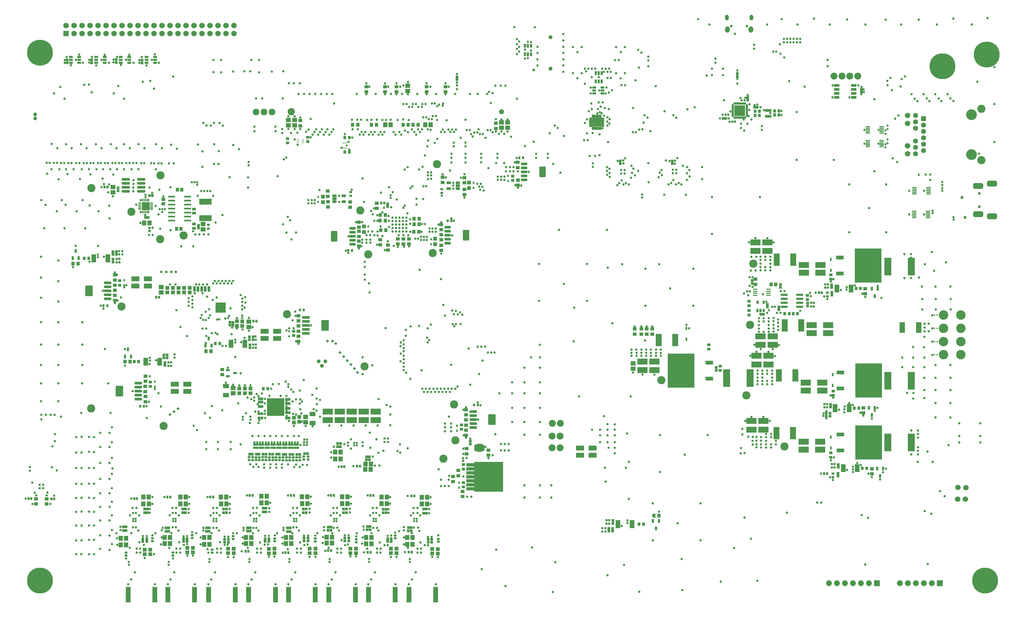
<source format=gbs>
G04*
G04 #@! TF.GenerationSoftware,Altium Limited,Altium Designer,20.2.6 (244)*
G04*
G04 Layer_Color=16711935*
%FSLAX25Y25*%
%MOIN*%
G70*
G04*
G04 #@! TF.SameCoordinates,C0FDDEC0-252B-4CE6-8BE1-5BCEE630C73E*
G04*
G04*
G04 #@! TF.FilePolarity,Negative*
G04*
G01*
G75*
%ADD42R,0.03543X0.02953*%
%ADD58R,0.02600X0.00900*%
%ADD59R,0.06299X0.19291*%
%ADD99R,0.02953X0.03543*%
%ADD130R,0.03398X0.03241*%
%ADD131R,0.03241X0.03398*%
%ADD133R,0.04343X0.03556*%
%ADD134R,0.04540X0.03950*%
%ADD137R,0.03950X0.04540*%
%ADD140R,0.03162X0.02965*%
%ADD144R,0.05328X0.06312*%
%ADD146R,0.04737X0.04934*%
%ADD151R,0.02965X0.02572*%
%ADD155R,0.03123X0.03241*%
%ADD172R,0.03241X0.03123*%
%ADD177R,0.04540X0.03162*%
%ADD180R,0.06312X0.05328*%
%ADD183R,0.04737X0.04343*%
%ADD186R,0.03556X0.04343*%
%ADD187R,0.02965X0.03162*%
%ADD191R,0.04343X0.04737*%
%ADD192R,0.03162X0.04540*%
%ADD199C,0.06300*%
%ADD200C,0.09100*%
%ADD201C,0.03654*%
G04:AMPARAMS|DCode=202|XSize=70.99mil|YSize=128.08mil|CornerRadius=19.75mil|HoleSize=0mil|Usage=FLASHONLY|Rotation=90.000|XOffset=0mil|YOffset=0mil|HoleType=Round|Shape=RoundedRectangle|*
%AMROUNDEDRECTD202*
21,1,0.07099,0.08858,0,0,90.0*
21,1,0.03150,0.12808,0,0,90.0*
1,1,0.03950,0.04429,0.01575*
1,1,0.03950,0.04429,-0.01575*
1,1,0.03950,-0.04429,-0.01575*
1,1,0.03950,-0.04429,0.01575*
%
%ADD202ROUNDEDRECTD202*%
%ADD203C,0.10249*%
%ADD204R,0.07296X0.07296*%
%ADD205C,0.07296*%
%ADD206R,0.07001X0.07001*%
%ADD207C,0.07001*%
G04:AMPARAMS|DCode=208|XSize=45.28mil|YSize=70.87mil|CornerRadius=22.64mil|HoleSize=0mil|Usage=FLASHONLY|Rotation=180.000|XOffset=0mil|YOffset=0mil|HoleType=Round|Shape=RoundedRectangle|*
%AMROUNDEDRECTD208*
21,1,0.04528,0.02559,0,0,180.0*
21,1,0.00000,0.07087,0,0,180.0*
1,1,0.04528,0.00000,0.01280*
1,1,0.04528,0.00000,0.01280*
1,1,0.04528,0.00000,-0.01280*
1,1,0.04528,0.00000,-0.01280*
%
%ADD208ROUNDEDRECTD208*%
G04:AMPARAMS|DCode=209|XSize=57.09mil|YSize=78.74mil|CornerRadius=28.54mil|HoleSize=0mil|Usage=FLASHONLY|Rotation=180.000|XOffset=0mil|YOffset=0mil|HoleType=Round|Shape=RoundedRectangle|*
%AMROUNDEDRECTD209*
21,1,0.05709,0.02165,0,0,180.0*
21,1,0.00000,0.07874,0,0,180.0*
1,1,0.05709,0.00000,0.01083*
1,1,0.05709,0.00000,0.01083*
1,1,0.05709,0.00000,-0.01083*
1,1,0.05709,0.00000,-0.01083*
%
%ADD209ROUNDEDRECTD209*%
%ADD210C,0.03150*%
%ADD211C,0.11800*%
%ADD212C,0.05052*%
%ADD213C,0.06312*%
%ADD214C,0.32296*%
%ADD215C,0.06800*%
%ADD216C,0.08674*%
%ADD217R,0.06312X0.06312*%
%ADD218C,0.06824*%
%ADD219C,0.13398*%
%ADD220C,0.02800*%
%ADD221C,0.04737*%
%ADD222C,0.08280*%
%ADD223C,0.02965*%
%ADD224C,0.04800*%
%ADD225C,0.03800*%
%ADD226C,0.03300*%
%ADD227C,0.02700*%
%ADD228C,0.03556*%
%ADD229C,0.02965*%
%ADD230C,0.02600*%
G04:AMPARAMS|DCode=296|XSize=43.31mil|YSize=23.62mil|CornerRadius=2.01mil|HoleSize=0mil|Usage=FLASHONLY|Rotation=90.000|XOffset=0mil|YOffset=0mil|HoleType=Round|Shape=RoundedRectangle|*
%AMROUNDEDRECTD296*
21,1,0.04331,0.01961,0,0,90.0*
21,1,0.03929,0.02362,0,0,90.0*
1,1,0.00402,0.00980,0.01965*
1,1,0.00402,0.00980,-0.01965*
1,1,0.00402,-0.00980,-0.01965*
1,1,0.00402,-0.00980,0.01965*
%
%ADD296ROUNDEDRECTD296*%
%ADD297R,0.10000X0.06100*%
%ADD299R,0.05315X0.01575*%
%ADD301R,0.12800X0.07500*%
%ADD303R,0.07008X0.13780*%
%ADD305R,0.00900X0.02600*%
%ADD311R,0.09000X0.02400*%
%ADD318R,0.09055X0.22047*%
%ADD319R,0.02365X0.04375*%
%ADD344R,0.01181X0.03562*%
%ADD345R,0.03562X0.01181*%
%ADD346R,0.10236X0.10236*%
%ADD352R,0.12894X0.12674*%
%ADD353R,0.08600X0.03000*%
%ADD354R,0.04343X0.04934*%
%ADD355O,0.05787X0.01654*%
%ADD356R,0.02769X0.04737*%
%ADD357R,0.04540X0.03753*%
%ADD358R,0.03359X0.02965*%
%ADD359R,0.03359X0.02965*%
%ADD360R,0.03359X0.02965*%
%ADD361R,0.03359X0.02965*%
%ADD362R,0.15367X0.07690*%
%ADD363R,0.04934X0.04343*%
%ADD364R,0.05131X0.05131*%
%ADD365R,0.33477X0.42532*%
%ADD366R,0.09461X0.04934*%
%ADD367R,0.12611X0.07296*%
%ADD368R,0.02217X0.01784*%
%ADD369R,0.10052X0.04343*%
%ADD370R,0.35839X0.37217*%
%ADD371R,0.10642X0.10642*%
%ADD372O,0.04540X0.01784*%
%ADD373O,0.01784X0.04540*%
%ADD374R,0.13398X0.13398*%
%ADD375R,0.01981X0.02572*%
%ADD376R,0.02572X0.01981*%
%ADD377R,0.06509X0.03359*%
%ADD378R,0.07690X0.15367*%
G04:AMPARAMS|DCode=379|XSize=19.81mil|YSize=61.15mil|CornerRadius=5.95mil|HoleSize=0mil|Usage=FLASHONLY|Rotation=90.000|XOffset=0mil|YOffset=0mil|HoleType=Round|Shape=RoundedRectangle|*
%AMROUNDEDRECTD379*
21,1,0.01981,0.04925,0,0,90.0*
21,1,0.00791,0.06115,0,0,90.0*
1,1,0.01190,0.02463,0.00396*
1,1,0.01190,0.02463,-0.00396*
1,1,0.01190,-0.02463,-0.00396*
1,1,0.01190,-0.02463,0.00396*
%
%ADD379ROUNDEDRECTD379*%
G04:AMPARAMS|DCode=380|XSize=33.59mil|YSize=55.24mil|CornerRadius=5.92mil|HoleSize=0mil|Usage=FLASHONLY|Rotation=270.000|XOffset=0mil|YOffset=0mil|HoleType=Round|Shape=RoundedRectangle|*
%AMROUNDEDRECTD380*
21,1,0.03359,0.04341,0,0,270.0*
21,1,0.02175,0.05524,0,0,270.0*
1,1,0.01184,-0.02170,-0.01088*
1,1,0.01184,-0.02170,0.01088*
1,1,0.01184,0.02170,0.01088*
1,1,0.01184,0.02170,-0.01088*
%
%ADD380ROUNDEDRECTD380*%
G04:AMPARAMS|DCode=381|XSize=132.02mil|YSize=78.87mil|CornerRadius=6.13mil|HoleSize=0mil|Usage=FLASHONLY|Rotation=90.000|XOffset=0mil|YOffset=0mil|HoleType=Round|Shape=RoundedRectangle|*
%AMROUNDEDRECTD381*
21,1,0.13202,0.06661,0,0,90.0*
21,1,0.11976,0.07887,0,0,90.0*
1,1,0.01225,0.03331,0.05988*
1,1,0.01225,0.03331,-0.05988*
1,1,0.01225,-0.03331,-0.05988*
1,1,0.01225,-0.03331,0.05988*
%
%ADD381ROUNDEDRECTD381*%
G04:AMPARAMS|DCode=382|XSize=31.62mil|YSize=78.87mil|CornerRadius=6.01mil|HoleSize=0mil|Usage=FLASHONLY|Rotation=90.000|XOffset=0mil|YOffset=0mil|HoleType=Round|Shape=RoundedRectangle|*
%AMROUNDEDRECTD382*
21,1,0.03162,0.06685,0,0,90.0*
21,1,0.01961,0.07887,0,0,90.0*
1,1,0.01202,0.03343,0.00980*
1,1,0.01202,0.03343,-0.00980*
1,1,0.01202,-0.03343,-0.00980*
1,1,0.01202,-0.03343,0.00980*
%
%ADD382ROUNDEDRECTD382*%
%ADD383R,0.02375X0.02965*%
G04:AMPARAMS|DCode=384|XSize=31.62mil|YSize=90.68mil|CornerRadius=6.01mil|HoleSize=0mil|Usage=FLASHONLY|Rotation=90.000|XOffset=0mil|YOffset=0mil|HoleType=Round|Shape=RoundedRectangle|*
%AMROUNDEDRECTD384*
21,1,0.03162,0.07866,0,0,90.0*
21,1,0.01961,0.09068,0,0,90.0*
1,1,0.01202,0.03933,0.00980*
1,1,0.01202,0.03933,-0.00980*
1,1,0.01202,-0.03933,-0.00980*
1,1,0.01202,-0.03933,0.00980*
%
%ADD384ROUNDEDRECTD384*%
G04:AMPARAMS|DCode=385|XSize=133.98mil|YSize=90.68mil|CornerRadius=6.07mil|HoleSize=0mil|Usage=FLASHONLY|Rotation=90.000|XOffset=0mil|YOffset=0mil|HoleType=Round|Shape=RoundedRectangle|*
%AMROUNDEDRECTD385*
21,1,0.13398,0.07854,0,0,90.0*
21,1,0.12185,0.09068,0,0,90.0*
1,1,0.01213,0.03927,0.06093*
1,1,0.01213,0.03927,-0.06093*
1,1,0.01213,-0.03927,-0.06093*
1,1,0.01213,-0.03927,0.06093*
%
%ADD385ROUNDEDRECTD385*%
%ADD386R,0.04737X0.02769*%
%ADD387R,0.07178X0.10170*%
%ADD388R,0.02965X0.02178*%
%ADD389R,0.04737X0.05131*%
%ADD390R,0.02572X0.03753*%
%ADD391O,0.10642X0.03556*%
%ADD392R,0.09265X0.13398*%
%ADD393R,0.09265X0.03556*%
%ADD394R,0.07690X0.05328*%
G36*
X333080Y357697D02*
X333122Y357655D01*
X333122Y335669D01*
X311431D01*
X311346Y357343D01*
X311699Y357697D01*
X333080Y357697D01*
D02*
G37*
D42*
X238100Y575162D02*
D03*
Y570438D02*
D03*
X1012390Y485425D02*
D03*
Y490146D02*
D03*
X1019362Y258760D02*
D03*
Y263484D02*
D03*
X530244Y615116D02*
D03*
Y619840D02*
D03*
X416132Y616083D02*
D03*
Y611358D02*
D03*
D58*
X349971Y682161D02*
D03*
Y680193D02*
D03*
Y678224D02*
D03*
X356470D02*
D03*
Y680193D02*
D03*
Y682161D02*
D03*
D59*
X522432Y111876D02*
D03*
X488968D02*
D03*
X471732D02*
D03*
X438268D02*
D03*
X422232D02*
D03*
X388768D02*
D03*
X371832D02*
D03*
X338368D02*
D03*
X321932D02*
D03*
X288468D02*
D03*
X271732D02*
D03*
X238268D02*
D03*
X220732D02*
D03*
X187268D02*
D03*
X171248D02*
D03*
X137784D02*
D03*
D99*
X575044Y349361D02*
D03*
X570320D02*
D03*
X106880Y473906D02*
D03*
X111605D02*
D03*
X352688Y468631D02*
D03*
X357412Y468629D02*
D03*
X157442Y347893D02*
D03*
X152717D02*
D03*
X627075Y659142D02*
D03*
X631799D02*
D03*
X417745Y542996D02*
D03*
X413021D02*
D03*
X537410Y580005D02*
D03*
X542134D02*
D03*
D130*
X932532Y463000D02*
D03*
X929068D02*
D03*
X167926Y611655D02*
D03*
X164462D02*
D03*
X159426Y584347D02*
D03*
X162891D02*
D03*
X924758Y722504D02*
D03*
X921294D02*
D03*
X882039Y708584D02*
D03*
X885503D02*
D03*
X358471Y288603D02*
D03*
X361935D02*
D03*
X435941Y284634D02*
D03*
X439405D02*
D03*
X403240Y297228D02*
D03*
X399775D02*
D03*
X435831Y280972D02*
D03*
X439296D02*
D03*
X403313Y300995D02*
D03*
X399849D02*
D03*
X348834Y287575D02*
D03*
X352299D02*
D03*
X340186Y287600D02*
D03*
X343650D02*
D03*
X331733Y287616D02*
D03*
X335197D02*
D03*
X323302Y287680D02*
D03*
X326766D02*
D03*
X314893D02*
D03*
X318358D02*
D03*
X306457Y287764D02*
D03*
X309922D02*
D03*
X297990Y287719D02*
D03*
X301455D02*
D03*
X289731Y287968D02*
D03*
X293195D02*
D03*
X491733Y195771D02*
D03*
X488269D02*
D03*
X440365Y193251D02*
D03*
X436901D02*
D03*
X391377Y192471D02*
D03*
X387912D02*
D03*
X340429Y195339D02*
D03*
X336965D02*
D03*
X290484Y195551D02*
D03*
X287020D02*
D03*
X239094Y191012D02*
D03*
X235630D02*
D03*
X188428Y191055D02*
D03*
X184964D02*
D03*
X135201Y196661D02*
D03*
X131736D02*
D03*
X507287Y219028D02*
D03*
X510752D02*
D03*
X456866Y218976D02*
D03*
X460331D02*
D03*
X407224Y219098D02*
D03*
X410689D02*
D03*
X356913Y214571D02*
D03*
X360378D02*
D03*
X306594Y215634D02*
D03*
X310059D02*
D03*
X257169Y219063D02*
D03*
X260634D02*
D03*
X206098Y214535D02*
D03*
X209562D02*
D03*
X158276D02*
D03*
X161740D02*
D03*
X491684Y191957D02*
D03*
X488220D02*
D03*
X440404Y197204D02*
D03*
X436939D02*
D03*
X391469Y196351D02*
D03*
X388005D02*
D03*
X340429Y190681D02*
D03*
X336965D02*
D03*
X290577Y191485D02*
D03*
X287112D02*
D03*
X239094Y195551D02*
D03*
X235630D02*
D03*
X188428Y195583D02*
D03*
X184964D02*
D03*
X135248Y192133D02*
D03*
X131783D02*
D03*
X507287Y213898D02*
D03*
X510752D02*
D03*
X456866Y214370D02*
D03*
X460331D02*
D03*
X407224Y214398D02*
D03*
X410689D02*
D03*
X356913Y219098D02*
D03*
X360378D02*
D03*
X306594Y220272D02*
D03*
X310059D02*
D03*
X257169Y214535D02*
D03*
X260634D02*
D03*
X206098Y219063D02*
D03*
X209562D02*
D03*
X158276D02*
D03*
X161740D02*
D03*
X335650Y345043D02*
D03*
X339114D02*
D03*
X335697Y350994D02*
D03*
X339161D02*
D03*
X335697Y356345D02*
D03*
X339161D02*
D03*
X335619Y333034D02*
D03*
X339084D02*
D03*
X335650Y339776D02*
D03*
X339114D02*
D03*
X305193Y353131D02*
D03*
X301728D02*
D03*
X304953Y333293D02*
D03*
X301489D02*
D03*
X304985Y338606D02*
D03*
X301520D02*
D03*
X305116Y347614D02*
D03*
X301651D02*
D03*
X305193Y357038D02*
D03*
X301728D02*
D03*
D131*
X918300Y505432D02*
D03*
Y501968D02*
D03*
X937467Y472130D02*
D03*
Y475595D02*
D03*
X987800Y473568D02*
D03*
Y477032D02*
D03*
X953600Y496968D02*
D03*
Y500432D02*
D03*
X753352Y655257D02*
D03*
Y651792D02*
D03*
X818321Y655219D02*
D03*
Y651755D02*
D03*
X225600Y571068D02*
D03*
Y574532D02*
D03*
X125038Y617983D02*
D03*
Y621448D02*
D03*
X155036Y777947D02*
D03*
Y781411D02*
D03*
X122673Y778634D02*
D03*
Y782099D02*
D03*
X92107Y778265D02*
D03*
Y781730D02*
D03*
X61386Y778312D02*
D03*
Y781777D02*
D03*
X951600Y468768D02*
D03*
Y472232D02*
D03*
X1018228Y487136D02*
D03*
Y490600D02*
D03*
X1025767Y260490D02*
D03*
Y263955D02*
D03*
X1025931Y274982D02*
D03*
Y271518D02*
D03*
X1017589Y500177D02*
D03*
Y496713D02*
D03*
X1055156Y741518D02*
D03*
Y744982D02*
D03*
X912753Y734821D02*
D03*
Y731356D02*
D03*
X899678Y761230D02*
D03*
Y764695D02*
D03*
X512972Y181087D02*
D03*
Y177622D02*
D03*
X466917Y181805D02*
D03*
Y178340D02*
D03*
X413619Y182709D02*
D03*
Y179244D02*
D03*
X362631Y182727D02*
D03*
Y179262D02*
D03*
X313687Y181953D02*
D03*
Y178488D02*
D03*
X258583Y181091D02*
D03*
Y177626D02*
D03*
X206952Y181972D02*
D03*
Y178508D02*
D03*
X156186Y181937D02*
D03*
Y178472D02*
D03*
X517583Y181087D02*
D03*
Y177622D02*
D03*
X462388Y181818D02*
D03*
Y178354D02*
D03*
X408878Y182709D02*
D03*
Y179244D02*
D03*
X357890Y182757D02*
D03*
Y179292D02*
D03*
X309025Y181953D02*
D03*
Y178488D02*
D03*
X263110Y181091D02*
D03*
Y177626D02*
D03*
X211544Y181972D02*
D03*
Y178508D02*
D03*
X160927Y181937D02*
D03*
Y178472D02*
D03*
X220593Y493182D02*
D03*
Y496647D02*
D03*
X225121Y493182D02*
D03*
Y496647D02*
D03*
X229650Y493182D02*
D03*
Y496647D02*
D03*
X234178Y493182D02*
D03*
Y496647D02*
D03*
X238785Y493182D02*
D03*
Y496647D02*
D03*
X265120Y453032D02*
D03*
Y449568D02*
D03*
X268800Y452932D02*
D03*
Y449468D02*
D03*
X118659Y541575D02*
D03*
Y538110D02*
D03*
X123188Y541516D02*
D03*
Y538052D02*
D03*
X289424Y434726D02*
D03*
Y431262D02*
D03*
X293953Y434726D02*
D03*
Y431262D02*
D03*
X118659Y528585D02*
D03*
Y532049D02*
D03*
X290010Y421283D02*
D03*
Y424747D02*
D03*
X739064Y191359D02*
D03*
Y194824D02*
D03*
X743593Y191344D02*
D03*
Y194808D02*
D03*
X744105Y204715D02*
D03*
Y201251D02*
D03*
X182520Y412006D02*
D03*
Y408542D02*
D03*
X186510Y411996D02*
D03*
Y408532D02*
D03*
X183608Y399064D02*
D03*
Y402529D02*
D03*
X462527Y597995D02*
D03*
Y601460D02*
D03*
X1011182Y335578D02*
D03*
Y339042D02*
D03*
X1015809Y335578D02*
D03*
Y339042D02*
D03*
X1016270Y350217D02*
D03*
Y346752D02*
D03*
X873474Y396348D02*
D03*
Y392884D02*
D03*
X565772Y304071D02*
D03*
Y300607D02*
D03*
X549000Y760599D02*
D03*
Y757135D02*
D03*
D133*
X914451Y479356D02*
D03*
Y473844D02*
D03*
Y467756D02*
D03*
Y462244D02*
D03*
X987300Y486856D02*
D03*
Y481344D02*
D03*
X337241Y677801D02*
D03*
Y683313D02*
D03*
X127119Y505026D02*
D03*
Y499514D02*
D03*
X362278Y684838D02*
D03*
X362279Y679325D02*
D03*
X556938Y269239D02*
D03*
Y274751D02*
D03*
X557230Y246693D02*
D03*
Y252205D02*
D03*
X618715Y636271D02*
D03*
Y630759D02*
D03*
X863997Y424912D02*
D03*
X863997Y419400D02*
D03*
X1016732Y507087D02*
D03*
Y512598D02*
D03*
X1019685Y361417D02*
D03*
X1019685Y366929D02*
D03*
X1016658Y283886D02*
D03*
X1016658Y289397D02*
D03*
X165445Y372676D02*
D03*
Y378188D02*
D03*
X554622Y324586D02*
D03*
Y319074D02*
D03*
X344590Y441867D02*
D03*
X344589Y436355D02*
D03*
X878415Y398179D02*
D03*
Y392667D02*
D03*
D134*
X922408Y507048D02*
D03*
Y500552D02*
D03*
X625079Y653461D02*
D03*
X625079Y646963D02*
D03*
X597723Y702437D02*
D03*
Y695941D02*
D03*
X353221Y705762D02*
D03*
Y699266D02*
D03*
X35695Y231976D02*
D03*
Y225480D02*
D03*
X22439Y231976D02*
D03*
Y225482D02*
D03*
X459221Y741760D02*
D03*
Y748256D02*
D03*
X771459Y444754D02*
D03*
Y438258D02*
D03*
X448812Y602241D02*
D03*
Y595744D02*
D03*
X561131Y288248D02*
D03*
X561132Y294743D02*
D03*
X550835Y260893D02*
D03*
Y267389D02*
D03*
X543944Y259973D02*
D03*
Y253477D02*
D03*
X556189Y234815D02*
D03*
Y241311D02*
D03*
X159373Y360017D02*
D03*
Y353521D02*
D03*
X120999Y486847D02*
D03*
Y480350D02*
D03*
X588370Y292956D02*
D03*
Y286461D02*
D03*
X625278Y631206D02*
D03*
X625280Y624709D02*
D03*
X534850Y748256D02*
D03*
Y741760D02*
D03*
X435598Y748256D02*
D03*
Y741760D02*
D03*
X793373Y444752D02*
D03*
Y438256D02*
D03*
X786482Y444752D02*
D03*
Y438256D02*
D03*
X473390Y748256D02*
D03*
Y741760D02*
D03*
X779591Y444752D02*
D03*
Y438256D02*
D03*
X511193Y748257D02*
D03*
X511194Y741760D02*
D03*
X426290Y554927D02*
D03*
Y548431D02*
D03*
X529436Y569120D02*
D03*
Y575616D02*
D03*
X350693Y441938D02*
D03*
Y448434D02*
D03*
X120999Y499644D02*
D03*
Y493148D02*
D03*
X159248Y372814D02*
D03*
Y366318D02*
D03*
X560521Y324213D02*
D03*
Y330709D02*
D03*
X159313Y379114D02*
D03*
Y385610D02*
D03*
X560521Y337009D02*
D03*
X560520Y343505D02*
D03*
X560521Y317913D02*
D03*
X560520Y311417D02*
D03*
X558405Y634244D02*
D03*
Y627750D02*
D03*
X558405Y619522D02*
D03*
Y613026D02*
D03*
X387587Y604016D02*
D03*
Y597520D02*
D03*
X387410Y610827D02*
D03*
Y617323D02*
D03*
X350809Y454735D02*
D03*
Y461231D02*
D03*
X350693Y435638D02*
D03*
Y429142D02*
D03*
X426415Y567134D02*
D03*
Y560638D02*
D03*
X529388Y556323D02*
D03*
Y562819D02*
D03*
X426524Y572132D02*
D03*
Y578626D02*
D03*
X529437Y549557D02*
D03*
Y543061D02*
D03*
X120999Y505944D02*
D03*
Y512440D02*
D03*
X531008Y634721D02*
D03*
X531008Y628225D02*
D03*
X415544Y603779D02*
D03*
Y597283D02*
D03*
X453053Y550123D02*
D03*
X453051Y556619D02*
D03*
X489248Y551090D02*
D03*
Y557587D02*
D03*
X482125Y551090D02*
D03*
Y557587D02*
D03*
X462590Y543472D02*
D03*
X462590Y549968D02*
D03*
X475234Y551099D02*
D03*
Y557595D02*
D03*
D137*
X495323Y575761D02*
D03*
X501819Y575760D02*
D03*
X488106Y700382D02*
D03*
X481610D02*
D03*
X418508Y700410D02*
D03*
X425006D02*
D03*
X442012D02*
D03*
X448508D02*
D03*
X493985Y700382D02*
D03*
X500481D02*
D03*
X501559Y566480D02*
D03*
X495063Y566482D02*
D03*
X501819Y582704D02*
D03*
X495323D02*
D03*
X453050Y587356D02*
D03*
X459546D02*
D03*
X452881Y580368D02*
D03*
X459377D02*
D03*
X453738Y568463D02*
D03*
X460234D02*
D03*
D140*
X995291Y477445D02*
D03*
X991944D02*
D03*
X995291Y472917D02*
D03*
X991944D02*
D03*
X126633Y528016D02*
D03*
Y532545D02*
D03*
X297428Y421057D02*
D03*
X297455Y425142D02*
D03*
X736096Y200681D02*
D03*
X735928Y205210D02*
D03*
X739443Y200681D02*
D03*
X739274Y205210D02*
D03*
X885192Y713112D02*
D03*
X888539D02*
D03*
X893266Y704437D02*
D03*
X896613Y704438D02*
D03*
X1013110Y500581D02*
D03*
X1009764D02*
D03*
X1021304Y275529D02*
D03*
X1017957D02*
D03*
X1013110Y496585D02*
D03*
X1009764D02*
D03*
X1021304Y271000D02*
D03*
X1017957D02*
D03*
X294082Y421057D02*
D03*
X294109Y425142D02*
D03*
X123286Y528016D02*
D03*
Y532545D02*
D03*
X191472Y398449D02*
D03*
X188125D02*
D03*
X191512Y402983D02*
D03*
X188165D02*
D03*
X1008604Y350546D02*
D03*
X1011950D02*
D03*
X1008593Y346624D02*
D03*
X1011940D02*
D03*
D144*
X304381Y226827D02*
D03*
X311074D02*
D03*
X434488Y268878D02*
D03*
X441181D02*
D03*
X434604Y275354D02*
D03*
X441297D02*
D03*
X403559Y281840D02*
D03*
X396866D02*
D03*
X403559Y290518D02*
D03*
X396866D02*
D03*
X511661Y233988D02*
D03*
X504968D02*
D03*
X511661Y225524D02*
D03*
X504968D02*
D03*
X486657Y183417D02*
D03*
X493350D02*
D03*
X486657Y174937D02*
D03*
X493350D02*
D03*
X461390Y225850D02*
D03*
X454697D02*
D03*
X435280Y183429D02*
D03*
X441972D02*
D03*
X435502Y175386D02*
D03*
X442195Y175385D02*
D03*
X461390Y234315D02*
D03*
X454697D02*
D03*
X385961Y176347D02*
D03*
X392653Y176347D02*
D03*
X412028Y225972D02*
D03*
X405335D02*
D03*
X412028Y234437D02*
D03*
X405335D02*
D03*
X385961Y183736D02*
D03*
X392653D02*
D03*
X334972Y175776D02*
D03*
X341665D02*
D03*
X361858Y234437D02*
D03*
X355165D02*
D03*
X334980Y183492D02*
D03*
X341673D02*
D03*
X362075Y225972D02*
D03*
X355382D02*
D03*
X311074Y235295D02*
D03*
X304381D02*
D03*
X285130Y183496D02*
D03*
X291823D02*
D03*
X285130Y175779D02*
D03*
X291823Y175778D02*
D03*
X232720Y183346D02*
D03*
X239413D02*
D03*
X260547Y234028D02*
D03*
X253854D02*
D03*
X232720Y174882D02*
D03*
X239413D02*
D03*
X260673Y225563D02*
D03*
X253980D02*
D03*
X128472Y174134D02*
D03*
X135165D02*
D03*
X128557Y182602D02*
D03*
X135249Y182601D02*
D03*
X163610Y225563D02*
D03*
X156917D02*
D03*
X163488Y234028D02*
D03*
X156795D02*
D03*
X209646D02*
D03*
X202953D02*
D03*
X183543Y183346D02*
D03*
X190236D02*
D03*
X209646Y225563D02*
D03*
X202953D02*
D03*
X183330Y175932D02*
D03*
X190023D02*
D03*
X466110Y700410D02*
D03*
X459417D02*
D03*
X516232Y700622D02*
D03*
X509540D02*
D03*
X157800Y577630D02*
D03*
X164492D02*
D03*
D146*
X214608Y496232D02*
D03*
Y490327D02*
D03*
X207718Y496232D02*
D03*
X207717Y490327D02*
D03*
X200825Y496232D02*
D03*
X200826Y490327D02*
D03*
X193722Y496232D02*
D03*
X193723Y490327D02*
D03*
X186832Y496232D02*
D03*
Y490327D02*
D03*
X273806Y448651D02*
D03*
X273807Y454556D02*
D03*
X280574Y448341D02*
D03*
X280572Y454247D02*
D03*
X276913Y370064D02*
D03*
X276913Y364159D02*
D03*
X290697Y370064D02*
D03*
X290693Y364159D02*
D03*
X283804Y370064D02*
D03*
X283803Y364159D02*
D03*
X345078Y327466D02*
D03*
X345075Y333370D02*
D03*
X351701Y328449D02*
D03*
X351699Y334354D02*
D03*
D151*
X549000Y749968D02*
D03*
Y753512D02*
D03*
X361401Y302969D02*
D03*
Y299426D02*
D03*
X357840Y302969D02*
D03*
Y299426D02*
D03*
D155*
X16537Y232017D02*
D03*
X12954Y232016D02*
D03*
X111598Y622409D02*
D03*
X108015D02*
D03*
X427663Y272844D02*
D03*
X424081Y272843D02*
D03*
X1005534Y490106D02*
D03*
X1001951D02*
D03*
X488828Y165114D02*
D03*
X492410D02*
D03*
X492076Y235578D02*
D03*
X495659D02*
D03*
X437464Y164788D02*
D03*
X441047D02*
D03*
X440910Y236161D02*
D03*
X444493D02*
D03*
X387900Y166998D02*
D03*
X391482D02*
D03*
X391388Y236161D02*
D03*
X394970D02*
D03*
X334449Y164523D02*
D03*
X338032D02*
D03*
X341346Y236161D02*
D03*
X344928D02*
D03*
X284640Y166034D02*
D03*
X288223D02*
D03*
X289833Y236161D02*
D03*
X293415D02*
D03*
X240430Y234059D02*
D03*
X244013D02*
D03*
X186680D02*
D03*
X190263D02*
D03*
X1008359Y263390D02*
D03*
X1011942Y263391D02*
D03*
X45181Y231729D02*
D03*
X41597D02*
D03*
X148842Y232061D02*
D03*
X145259Y232063D02*
D03*
X294465Y454515D02*
D03*
X298048D02*
D03*
X176318Y484617D02*
D03*
X172736D02*
D03*
X408224Y272240D02*
D03*
X404641Y272239D02*
D03*
X454436Y602578D02*
D03*
X458018D02*
D03*
D172*
X362666Y281134D02*
D03*
Y284717D02*
D03*
X357531D02*
D03*
Y281134D02*
D03*
X352573Y280232D02*
D03*
Y283815D02*
D03*
X327027Y280336D02*
D03*
Y283919D02*
D03*
X318631Y280336D02*
D03*
Y283919D02*
D03*
X310199Y280420D02*
D03*
Y284003D02*
D03*
X293369Y280624D02*
D03*
Y284207D02*
D03*
X348399Y283815D02*
D03*
Y280232D02*
D03*
X339850Y283837D02*
D03*
Y280254D02*
D03*
X331417Y283855D02*
D03*
Y280273D02*
D03*
X322853Y283919D02*
D03*
Y280336D02*
D03*
X314456Y283919D02*
D03*
Y280336D02*
D03*
X306025Y284003D02*
D03*
Y280420D02*
D03*
X297614Y283958D02*
D03*
Y280376D02*
D03*
X289194Y284207D02*
D03*
Y280624D02*
D03*
X164492Y571007D02*
D03*
Y567424D02*
D03*
X525871Y181637D02*
D03*
Y178055D02*
D03*
X471854Y185947D02*
D03*
X471854Y182364D02*
D03*
X371804Y182181D02*
D03*
Y178599D02*
D03*
X423110Y181058D02*
D03*
X423112Y177475D02*
D03*
X320984Y182297D02*
D03*
X320984Y178714D02*
D03*
X269197Y185176D02*
D03*
X269197Y181593D02*
D03*
X217730Y182889D02*
D03*
X217728Y186472D02*
D03*
X167976Y182568D02*
D03*
X167975Y178985D02*
D03*
X242884Y164609D02*
D03*
Y168192D02*
D03*
X193630Y160898D02*
D03*
Y164480D02*
D03*
X135165D02*
D03*
Y160898D02*
D03*
X344024Y280254D02*
D03*
Y283837D02*
D03*
X335591Y280273D02*
D03*
Y283855D02*
D03*
X301789Y280376D02*
D03*
Y283958D02*
D03*
D177*
X271568Y389377D02*
D03*
X262315Y393117D02*
D03*
X262316Y385637D02*
D03*
D180*
X231405Y576147D02*
D03*
Y569455D02*
D03*
X604911Y703594D02*
D03*
Y696902D02*
D03*
X612453Y703594D02*
D03*
Y696902D02*
D03*
X345972Y706575D02*
D03*
Y699882D02*
D03*
X337993Y706575D02*
D03*
Y699882D02*
D03*
X487563Y742838D02*
D03*
Y749532D02*
D03*
X769412Y394901D02*
D03*
X769413Y401594D02*
D03*
X118646Y615717D02*
D03*
X118645Y622409D02*
D03*
X179155Y497031D02*
D03*
X179154Y490338D02*
D03*
X288630Y447181D02*
D03*
X288629Y453873D02*
D03*
X269211Y370742D02*
D03*
X269213Y364049D02*
D03*
X359591Y327803D02*
D03*
Y334496D02*
D03*
D183*
X1067982Y263281D02*
D03*
X1067983Y269580D02*
D03*
X1059614Y488787D02*
D03*
X1059614Y495086D02*
D03*
X1057309Y345853D02*
D03*
Y339554D02*
D03*
X255524Y393687D02*
D03*
Y387387D02*
D03*
D186*
X969644Y463900D02*
D03*
X975156D02*
D03*
X959144D02*
D03*
X964656D02*
D03*
X246878Y426530D02*
D03*
X252390D02*
D03*
X946290Y717984D02*
D03*
X951801Y717984D02*
D03*
X776777Y200130D02*
D03*
X782289D02*
D03*
X946290Y712668D02*
D03*
X951801Y712668D02*
D03*
X922035Y717570D02*
D03*
X927547D02*
D03*
X927547Y712058D02*
D03*
X922035D02*
D03*
X1051674Y345397D02*
D03*
X1046162D02*
D03*
X1053905Y495422D02*
D03*
X1048393D02*
D03*
X1061760Y270163D02*
D03*
X1056248D02*
D03*
X408866Y666410D02*
D03*
X414378D02*
D03*
X408866Y684383D02*
D03*
X414378Y684382D02*
D03*
X306826Y369886D02*
D03*
X312338D02*
D03*
X82797Y533067D02*
D03*
X88309D02*
D03*
X145355Y403784D02*
D03*
X150867D02*
D03*
D187*
X556876Y282724D02*
D03*
Y279378D02*
D03*
D191*
X795387Y210964D02*
D03*
X801687D02*
D03*
X68673Y526589D02*
D03*
X74974D02*
D03*
X235142Y416890D02*
D03*
X241441D02*
D03*
X133878Y403666D02*
D03*
X140177D02*
D03*
D192*
X1071817Y485819D02*
D03*
X1075547Y495071D02*
D03*
X1068077D02*
D03*
X794217Y204159D02*
D03*
X801697D02*
D03*
X797957Y194907D02*
D03*
X1074728Y269682D02*
D03*
X1082210Y269681D02*
D03*
X1078470Y260430D02*
D03*
X1068002Y336684D02*
D03*
X1071742Y345936D02*
D03*
X1064262D02*
D03*
X72067Y542633D02*
D03*
X68328Y533381D02*
D03*
X75808D02*
D03*
X238289Y432935D02*
D03*
X234549Y423683D02*
D03*
X242029D02*
D03*
X137520Y419253D02*
D03*
X133779Y410001D02*
D03*
X141260D02*
D03*
D199*
X604897Y716962D02*
D03*
D200*
X341897D02*
D03*
D201*
X1202575Y614468D02*
D03*
Y597932D02*
D03*
D202*
X1201000Y623900D02*
D03*
Y588500D02*
D03*
X1218500Y585700D02*
D03*
Y626700D02*
D03*
D203*
X433400Y397700D02*
D03*
X207100Y561800D02*
D03*
X91360Y345079D02*
D03*
X178142Y637269D02*
D03*
X141682Y591366D02*
D03*
X177790Y557027D02*
D03*
X182149Y323063D02*
D03*
X91665Y621253D02*
D03*
X545560Y350029D02*
D03*
X546943Y305318D02*
D03*
X532147Y282295D02*
D03*
X804682Y380464D02*
D03*
X919713Y526475D02*
D03*
X336538Y463083D02*
D03*
X129467Y472724D02*
D03*
X524242Y651005D02*
D03*
X518821Y539966D02*
D03*
X437945Y538061D02*
D03*
X428190Y593297D02*
D03*
X915836Y449698D02*
D03*
X958787Y297583D02*
D03*
X911238Y361504D02*
D03*
X1205202Y656015D02*
D03*
Y720385D02*
D03*
D204*
X1074500Y126000D02*
D03*
X1153100D02*
D03*
D205*
X1064500D02*
D03*
X1054500D02*
D03*
X1044500D02*
D03*
X1034500D02*
D03*
X1024500D02*
D03*
X1014500D02*
D03*
X1143100D02*
D03*
X1133100D02*
D03*
X1123100D02*
D03*
X1113100D02*
D03*
X1103100D02*
D03*
D206*
X60000Y814961D02*
D03*
D207*
Y824961D02*
D03*
X70000Y814961D02*
D03*
Y824961D02*
D03*
X80000Y814961D02*
D03*
Y824961D02*
D03*
X90000Y814961D02*
D03*
Y824961D02*
D03*
X100000Y814961D02*
D03*
Y824961D02*
D03*
X110000Y814961D02*
D03*
Y824961D02*
D03*
X120000Y814961D02*
D03*
Y824961D02*
D03*
X130000Y814961D02*
D03*
Y824961D02*
D03*
X140000Y814961D02*
D03*
Y824961D02*
D03*
X150000Y814961D02*
D03*
Y824961D02*
D03*
X160000Y814961D02*
D03*
Y824961D02*
D03*
X170000Y814961D02*
D03*
Y824961D02*
D03*
X180000Y814961D02*
D03*
Y824961D02*
D03*
X190000Y814961D02*
D03*
Y824961D02*
D03*
X200000Y814961D02*
D03*
Y824961D02*
D03*
X210000Y814961D02*
D03*
Y824961D02*
D03*
X220000Y814961D02*
D03*
Y824961D02*
D03*
X230000Y814961D02*
D03*
Y824961D02*
D03*
X240000Y814961D02*
D03*
Y824961D02*
D03*
X250000Y814961D02*
D03*
Y824961D02*
D03*
X260000Y814961D02*
D03*
Y824961D02*
D03*
X270000Y814961D02*
D03*
Y824961D02*
D03*
D208*
X886744Y834943D02*
D03*
X917256D02*
D03*
D209*
X887335Y819983D02*
D03*
X916665D02*
D03*
D210*
X911843Y824117D02*
D03*
X892157D02*
D03*
D211*
X1179322Y412395D02*
D03*
Y428931D02*
D03*
Y445466D02*
D03*
Y462002D02*
D03*
X1157669Y462002D02*
D03*
Y445466D02*
D03*
Y428931D02*
D03*
Y412395D02*
D03*
D212*
X665932Y810115D02*
D03*
Y770745D02*
D03*
D213*
X1122683Y696172D02*
D03*
Y704164D02*
D03*
X1132683Y700188D02*
D03*
Y692196D02*
D03*
X1122683Y680227D02*
D03*
X1132683Y668219D02*
D03*
Y676212D02*
D03*
Y684204D02*
D03*
X1122683Y664243D02*
D03*
Y712156D02*
D03*
Y672235D02*
D03*
D214*
X1156440Y773766D02*
D03*
X1209870Y129472D02*
D03*
X27372D02*
D03*
X27516Y790665D02*
D03*
X1211780Y788624D02*
D03*
D215*
X1175798Y246044D02*
D03*
X1175357Y231440D02*
D03*
X1185200D02*
D03*
X1185641Y245822D02*
D03*
D216*
X678324Y326588D02*
D03*
X668324D02*
D03*
X678248Y295909D02*
D03*
X668248D02*
D03*
X678236Y310559D02*
D03*
X668236D02*
D03*
X1050275Y761548D02*
D03*
X1040275D02*
D03*
X1030812Y761636D02*
D03*
X1020812D02*
D03*
D217*
X1132683Y708180D02*
D03*
D218*
X1112683Y664105D02*
D03*
Y712294D02*
D03*
Y674105D02*
D03*
Y702294D02*
D03*
D219*
X1192683Y663200D02*
D03*
Y713200D02*
D03*
D220*
X423613Y298888D02*
D03*
X420513D02*
D03*
X423613Y301988D02*
D03*
X420513D02*
D03*
X495556Y203690D02*
D03*
Y206790D02*
D03*
X498656Y203690D02*
D03*
Y206790D02*
D03*
X395324Y203690D02*
D03*
Y206790D02*
D03*
X398424Y203690D02*
D03*
Y206790D02*
D03*
X444804Y203690D02*
D03*
Y206790D02*
D03*
X447904Y203690D02*
D03*
Y206790D02*
D03*
X345017Y203690D02*
D03*
Y206790D02*
D03*
X348117Y203690D02*
D03*
Y206790D02*
D03*
X294926Y203690D02*
D03*
Y206790D02*
D03*
X298026Y203690D02*
D03*
Y206790D02*
D03*
X244911Y203690D02*
D03*
Y206790D02*
D03*
X248011Y203690D02*
D03*
Y206790D02*
D03*
X193966Y203690D02*
D03*
Y206790D02*
D03*
X197066Y203690D02*
D03*
Y206790D02*
D03*
X144091Y203690D02*
D03*
Y206790D02*
D03*
X147191Y203690D02*
D03*
Y206790D02*
D03*
D221*
X21503Y708467D02*
D03*
Y713467D02*
D03*
D222*
X297805Y716512D02*
D03*
X307803D02*
D03*
X317803D02*
D03*
D223*
X727500Y662400D02*
D03*
X721741Y661559D02*
D03*
X772787Y691000D02*
D03*
X769000D02*
D03*
X769300Y721400D02*
D03*
X931900Y488200D02*
D03*
X908100Y489000D02*
D03*
X912000Y491900D02*
D03*
X915500D02*
D03*
X913300Y486866D02*
D03*
X915200Y509600D02*
D03*
X918600D02*
D03*
X915200Y498700D02*
D03*
X918700Y497331D02*
D03*
X936100Y478700D02*
D03*
X937219Y464700D02*
D03*
X939100Y468200D02*
D03*
X978400Y467600D02*
D03*
X954000Y492300D02*
D03*
X990700Y489800D02*
D03*
X991800Y485819D02*
D03*
X949300Y464900D02*
D03*
X772500Y756300D02*
D03*
X788480Y773900D02*
D03*
X776900Y772100D02*
D03*
X730202Y714739D02*
D03*
X739878Y702091D02*
D03*
X759468Y750200D02*
D03*
X754868D02*
D03*
X751500Y781400D02*
D03*
X578700Y626400D02*
D03*
X574375D02*
D03*
X544336Y627926D02*
D03*
X506213Y647705D02*
D03*
X501673Y644425D02*
D03*
X369600Y344260D02*
D03*
X713386Y770866D02*
D03*
X694108Y797815D02*
D03*
X717717Y770866D02*
D03*
X748151Y765047D02*
D03*
X739370Y770866D02*
D03*
X699795Y758816D02*
D03*
X709055Y770866D02*
D03*
X759150Y797890D02*
D03*
X753838Y758726D02*
D03*
X722047Y770866D02*
D03*
X699795Y791494D02*
D03*
X759060Y765122D02*
D03*
X705017Y797890D02*
D03*
X730709Y770866D02*
D03*
X705017Y765212D02*
D03*
X735039Y770866D02*
D03*
X694108Y765138D02*
D03*
X748242Y797815D02*
D03*
X753929Y791494D02*
D03*
X529021Y691346D02*
D03*
X593878Y740256D02*
D03*
X568828Y685958D02*
D03*
X350590Y739292D02*
D03*
X489076Y722953D02*
D03*
X459244Y738795D02*
D03*
X476935Y691339D02*
D03*
X538370Y694500D02*
D03*
X576138Y694787D02*
D03*
X377730Y691339D02*
D03*
X517815Y707382D02*
D03*
X587500Y693755D02*
D03*
X500886Y722953D02*
D03*
X523016Y739292D02*
D03*
X375368Y688189D02*
D03*
X586791Y739045D02*
D03*
X363583Y694648D02*
D03*
X453315Y691339D02*
D03*
X524197Y706495D02*
D03*
X534827Y738795D02*
D03*
X384816Y691339D02*
D03*
X368307Y688189D02*
D03*
X500557Y694736D02*
D03*
X365945Y707695D02*
D03*
X511209Y738795D02*
D03*
X371850Y739292D02*
D03*
X441504Y691339D02*
D03*
X565535Y739292D02*
D03*
X505369Y694736D02*
D03*
X364764Y739292D02*
D03*
X570750Y690945D02*
D03*
X357677Y739292D02*
D03*
X382454Y688189D02*
D03*
X591125Y693755D02*
D03*
X549000Y745253D02*
D03*
X481681Y707294D02*
D03*
X380114Y694744D02*
D03*
X424996Y694736D02*
D03*
X378933Y739292D02*
D03*
X487587Y738795D02*
D03*
X521098Y727100D02*
D03*
X480500Y739292D02*
D03*
X432059Y688189D02*
D03*
X565000Y693767D02*
D03*
X427335Y688189D02*
D03*
X506843Y709842D02*
D03*
X509665Y726575D02*
D03*
X561375Y693767D02*
D03*
X574375Y690945D02*
D03*
X370644Y691339D02*
D03*
X581500Y688976D02*
D03*
X373028Y694744D02*
D03*
X577875Y688976D02*
D03*
X447433Y739292D02*
D03*
X386020D02*
D03*
X517815Y727100D02*
D03*
X497835Y726575D02*
D03*
X387201Y694744D02*
D03*
X389540Y688189D02*
D03*
X391989Y691339D02*
D03*
X393106Y739292D02*
D03*
X394287Y694744D02*
D03*
X395485Y726989D02*
D03*
X487696Y691195D02*
D03*
X417909Y706952D02*
D03*
X423815Y739292D02*
D03*
X510772Y709842D02*
D03*
X495831Y691339D02*
D03*
X512390Y694986D02*
D03*
X559630Y706733D02*
D03*
X460425Y706635D02*
D03*
X429697Y691339D02*
D03*
X524400Y723927D02*
D03*
X443866Y688189D02*
D03*
X458039Y691339D02*
D03*
X446228D02*
D03*
X540732Y691374D02*
D03*
X466331Y739292D02*
D03*
X434441Y691339D02*
D03*
X531284Y694500D02*
D03*
X435622Y738795D02*
D03*
X436803Y706544D02*
D03*
X498193Y688189D02*
D03*
X439142D02*
D03*
X469850Y691339D02*
D03*
X486054Y726575D02*
D03*
X531800Y727300D02*
D03*
X513779Y707382D02*
D03*
X502739Y691339D02*
D03*
X533646Y691374D02*
D03*
X543094Y694500D02*
D03*
X448614Y706913D02*
D03*
X450953Y688189D02*
D03*
X488768Y706635D02*
D03*
X545457Y691374D02*
D03*
X473417Y738795D02*
D03*
X455677Y688189D02*
D03*
X499398Y739292D02*
D03*
X505630Y726575D02*
D03*
X522638Y711614D02*
D03*
X589153Y741933D02*
D03*
X482019Y726575D02*
D03*
X546638Y739292D02*
D03*
X472211Y688189D02*
D03*
X547819Y694500D02*
D03*
X474598Y706634D02*
D03*
X479297Y688189D02*
D03*
X484045Y693317D02*
D03*
X493799Y726575D02*
D03*
X526600Y725900D02*
D03*
X493111Y722953D02*
D03*
X593862Y691293D02*
D03*
X504921Y722953D02*
D03*
X518602Y711614D02*
D03*
X574980Y739292D02*
D03*
X591496Y727715D02*
D03*
X566675Y688917D02*
D03*
X536008Y706292D02*
D03*
X531008Y724644D02*
D03*
X727500Y688600D02*
D03*
X251842Y456804D02*
D03*
X194043Y760800D02*
D03*
X1156111Y628800D02*
D03*
X1156100Y625300D02*
D03*
X1156111Y621100D02*
D03*
Y617900D02*
D03*
X1144100Y592800D02*
D03*
Y589700D02*
D03*
X1170406Y581827D02*
D03*
X1169940Y584700D02*
D03*
X449847Y566746D02*
D03*
X443080D02*
D03*
X453513Y573101D02*
D03*
X426329Y545508D02*
D03*
X429580Y548481D02*
D03*
X275492Y351544D02*
D03*
X974214Y716487D02*
D03*
X1064645Y596231D02*
D03*
X899625Y768533D02*
D03*
X984164Y747997D02*
D03*
X864837Y826161D02*
D03*
X964820Y755318D02*
D03*
X1086179Y625743D02*
D03*
X1071425Y642259D02*
D03*
X1099831Y653794D02*
D03*
X1133507Y617900D02*
D03*
X1114700Y588200D02*
D03*
X1133507Y588175D02*
D03*
X529397Y578539D02*
D03*
X545058Y580044D02*
D03*
X526146Y575566D02*
D03*
X1039872Y565826D02*
D03*
X1086179D02*
D03*
X1114700Y617900D02*
D03*
X1126600Y637900D02*
D03*
X1135500Y638300D02*
D03*
X1141200Y638100D02*
D03*
Y631600D02*
D03*
X868143Y609962D02*
D03*
X835354Y612720D02*
D03*
X928060Y609962D02*
D03*
X1139100Y441714D02*
D03*
X125400Y749100D02*
D03*
X52900Y747900D02*
D03*
X1059600Y149536D02*
D03*
X1138200Y150000D02*
D03*
X176043Y778138D02*
D03*
X171054Y788835D02*
D03*
X160648Y774979D02*
D03*
X154913Y785634D02*
D03*
X139172Y788175D02*
D03*
X144466Y778172D02*
D03*
X128608Y775440D02*
D03*
X123626Y785653D02*
D03*
X113801Y778161D02*
D03*
X108450Y788175D02*
D03*
X97615Y774803D02*
D03*
X92327Y785653D02*
D03*
X81190Y778146D02*
D03*
X76560Y788374D02*
D03*
X60783Y785626D02*
D03*
X65982Y775252D02*
D03*
X682905Y686400D02*
D03*
X711659Y689681D02*
D03*
X542000Y653148D02*
D03*
X559630D02*
D03*
X579258Y653340D02*
D03*
X664936Y689681D02*
D03*
X645150Y679300D02*
D03*
X584700Y684000D02*
D03*
X553800D02*
D03*
X545030Y673415D02*
D03*
Y678315D02*
D03*
X559630D02*
D03*
Y673415D02*
D03*
X648100Y659093D02*
D03*
Y663993D02*
D03*
X662700D02*
D03*
Y659093D02*
D03*
X579258Y659293D02*
D03*
Y664193D02*
D03*
X599634Y663993D02*
D03*
Y659093D02*
D03*
X559630Y659100D02*
D03*
Y664000D02*
D03*
X542000D02*
D03*
Y659100D02*
D03*
X489953Y152950D02*
D03*
X671400Y699546D02*
D03*
X675200Y696400D02*
D03*
X709055Y702716D02*
D03*
X239335Y152948D02*
D03*
X743227Y743808D02*
D03*
X739200Y740800D02*
D03*
X741552Y759283D02*
D03*
X737268D02*
D03*
X741552Y766808D02*
D03*
X739200Y720176D02*
D03*
X732900Y766808D02*
D03*
X737268D02*
D03*
X710800Y767500D02*
D03*
X709055Y751660D02*
D03*
X717096Y727268D02*
D03*
X725266Y720176D02*
D03*
X717717D02*
D03*
X714146Y717354D02*
D03*
X717717Y760023D02*
D03*
X728900Y723206D02*
D03*
X726417Y728452D02*
D03*
X734000Y721400D02*
D03*
X731434Y728452D02*
D03*
X726500Y760007D02*
D03*
X727739Y716146D02*
D03*
X733217Y711843D02*
D03*
X735969Y747244D02*
D03*
X735189Y739764D02*
D03*
X740122Y707594D02*
D03*
X716457Y747244D02*
D03*
Y739764D02*
D03*
X737402Y709673D02*
D03*
X624058Y733079D02*
D03*
X1063577Y208221D02*
D03*
X349744Y675479D02*
D03*
X345950Y682171D02*
D03*
X195345Y139921D02*
D03*
X917300Y707300D02*
D03*
X930500Y698700D02*
D03*
Y694300D02*
D03*
X293594Y188776D02*
D03*
X180400Y591273D02*
D03*
X176936Y594700D02*
D03*
X175802Y588194D02*
D03*
X183900Y594661D02*
D03*
X235693Y699326D02*
D03*
X231801Y702736D02*
D03*
X221700Y563200D02*
D03*
X226912D02*
D03*
X232416D02*
D03*
X180400Y594700D02*
D03*
X181889Y610979D02*
D03*
X1055412Y211506D02*
D03*
X1134139Y216395D02*
D03*
X1142362Y213196D02*
D03*
X264542Y634713D02*
D03*
X236700Y617477D02*
D03*
X232900D02*
D03*
X229101D02*
D03*
X224632Y611398D02*
D03*
X276552Y669955D02*
D03*
X244144Y611398D02*
D03*
X240577Y617477D02*
D03*
X250750Y651440D02*
D03*
X905237Y731102D02*
D03*
X908780D02*
D03*
X899677Y758203D02*
D03*
X790946Y692344D02*
D03*
X718909Y690299D02*
D03*
X908516Y693141D02*
D03*
X777167Y694621D02*
D03*
X781174Y694660D02*
D03*
X731224Y696235D02*
D03*
X904575Y696325D02*
D03*
X737953Y678712D02*
D03*
X82590Y750522D02*
D03*
X424377Y706976D02*
D03*
X295826Y698213D02*
D03*
X321900D02*
D03*
X295826Y692500D02*
D03*
X439747Y490578D02*
D03*
X255997Y699326D02*
D03*
X241044D02*
D03*
X433606Y506586D02*
D03*
X439090Y501768D02*
D03*
X252066Y702736D02*
D03*
X244970D02*
D03*
X206953Y184979D02*
D03*
X145963Y139921D02*
D03*
X353227Y709334D02*
D03*
X317265Y767132D02*
D03*
X301352Y766276D02*
D03*
X269143Y767052D02*
D03*
X291612Y781952D02*
D03*
X283207Y767638D02*
D03*
X301352Y781922D02*
D03*
X290432Y767557D02*
D03*
X118646Y610979D02*
D03*
X649873Y774702D02*
D03*
X899809Y752084D02*
D03*
X708193Y681200D02*
D03*
X712900D02*
D03*
X343229Y188776D02*
D03*
X623623Y658893D02*
D03*
X621415Y653340D02*
D03*
X715043Y661559D02*
D03*
X604911Y707279D02*
D03*
X597723Y707382D02*
D03*
X896881Y814507D02*
D03*
X1159184Y235061D02*
D03*
X1153355Y241493D02*
D03*
X681991Y766808D02*
D03*
Y774682D02*
D03*
X538724Y748256D02*
D03*
X603904Y749535D02*
D03*
X609875D02*
D03*
X624058Y807709D02*
D03*
X637882Y784284D02*
D03*
X612453Y707279D02*
D03*
X509047Y661995D02*
D03*
X521098Y677939D02*
D03*
X616615Y685552D02*
D03*
X634178Y673944D02*
D03*
X324737Y636197D02*
D03*
X489248Y548086D02*
D03*
X430475Y175857D02*
D03*
X219749Y323445D02*
D03*
X213386Y473802D02*
D03*
Y483091D02*
D03*
Y478950D02*
D03*
X254165Y766276D02*
D03*
X442110Y188890D02*
D03*
X393213Y188850D02*
D03*
X490958Y621145D02*
D03*
X344966Y752425D02*
D03*
X352396D02*
D03*
X338620D02*
D03*
X170205Y745736D02*
D03*
X165274Y755582D02*
D03*
X156196Y754468D02*
D03*
X132588Y733287D02*
D03*
X119753Y739683D02*
D03*
X88717Y750801D02*
D03*
X91994Y741068D02*
D03*
X58031Y733286D02*
D03*
X45194Y739681D02*
D03*
X295510Y354712D02*
D03*
X287106Y358889D02*
D03*
X255556Y342897D02*
D03*
X242282Y348125D02*
D03*
X284998Y339009D02*
D03*
X295492Y358818D02*
D03*
X107458Y626242D02*
D03*
X104285Y622464D02*
D03*
X297370Y431106D02*
D03*
X260234Y423494D02*
D03*
X255866D02*
D03*
X267171Y438260D02*
D03*
X249487D02*
D03*
X242338Y439649D02*
D03*
X247078Y439694D02*
D03*
X267885Y446416D02*
D03*
X259223Y457819D02*
D03*
X341788Y368702D02*
D03*
X344500Y365800D02*
D03*
X488700Y124700D02*
D03*
X522700D02*
D03*
X438000D02*
D03*
X472000D02*
D03*
X388500D02*
D03*
X422500D02*
D03*
X338100D02*
D03*
X372100D02*
D03*
X288200D02*
D03*
X322200D02*
D03*
X238000D02*
D03*
X272000D02*
D03*
X187500D02*
D03*
X221000D02*
D03*
X335590Y442722D02*
D03*
X339013Y445492D02*
D03*
X283521Y433340D02*
D03*
X334862Y378827D02*
D03*
X350693Y426206D02*
D03*
X240167Y333518D02*
D03*
X345972Y711008D02*
D03*
X337992D02*
D03*
X366011Y684957D02*
D03*
X408136Y300468D02*
D03*
X141304Y130707D02*
D03*
X190686D02*
D03*
X241882D02*
D03*
X246542Y139921D02*
D03*
X292093Y130707D02*
D03*
X296753Y139921D02*
D03*
X342166Y130707D02*
D03*
X346826Y139921D02*
D03*
X492701Y130707D02*
D03*
X497361Y139921D02*
D03*
X441603Y130707D02*
D03*
X446263Y139921D02*
D03*
X392392Y130707D02*
D03*
X397051Y139921D02*
D03*
X171100Y124700D02*
D03*
X172824Y405553D02*
D03*
X335815Y360890D02*
D03*
X831767Y649254D02*
D03*
X767460Y649029D02*
D03*
X903942Y288954D02*
D03*
X908818Y289280D02*
D03*
X904376Y295565D02*
D03*
X906002Y312578D02*
D03*
X906219Y319622D02*
D03*
X1063598Y263520D02*
D03*
X913262Y309761D02*
D03*
X919094Y299946D02*
D03*
X918810Y304498D02*
D03*
X919094Y309476D02*
D03*
X1053598Y339796D02*
D03*
X1075547Y498550D02*
D03*
X1055978Y488787D02*
D03*
X1059697Y484838D02*
D03*
X909609Y734130D02*
D03*
X903650D02*
D03*
X923645Y296341D02*
D03*
Y309333D02*
D03*
Y300278D02*
D03*
Y304699D02*
D03*
X929577Y296297D02*
D03*
Y309289D02*
D03*
Y300234D02*
D03*
Y304656D02*
D03*
X470074Y548900D02*
D03*
X483651Y599234D02*
D03*
X466165Y612305D02*
D03*
X500557Y557776D02*
D03*
X545731Y448242D02*
D03*
X553605Y450857D02*
D03*
X547699Y450779D02*
D03*
X543762Y450827D02*
D03*
X945250Y553177D02*
D03*
X937326Y558421D02*
D03*
X914485Y553316D02*
D03*
X922408Y558348D02*
D03*
X769413Y390145D02*
D03*
X781252Y387528D02*
D03*
X796122D02*
D03*
X928996Y419574D02*
D03*
X943950D02*
D03*
X951873Y424605D02*
D03*
X921072Y424818D02*
D03*
X938830Y416135D02*
D03*
X923876D02*
D03*
X915953Y411104D02*
D03*
X946754Y410891D02*
D03*
X940457Y329331D02*
D03*
X909655Y329543D02*
D03*
X917579Y334575D02*
D03*
X433606Y528806D02*
D03*
X342085Y556694D02*
D03*
X347776Y565535D02*
D03*
X335886D02*
D03*
X156319Y601850D02*
D03*
X153579Y591110D02*
D03*
Y606087D02*
D03*
X355169Y328449D02*
D03*
X269213Y374753D02*
D03*
X259925Y377429D02*
D03*
X276913Y374209D02*
D03*
X283803D02*
D03*
X308831Y338606D02*
D03*
Y357039D02*
D03*
Y342154D02*
D03*
X265669Y470634D02*
D03*
X248350Y484094D02*
D03*
X449847Y561776D02*
D03*
X445820Y580228D02*
D03*
X638867Y641421D02*
D03*
X543097Y561887D02*
D03*
X413269Y560910D02*
D03*
X1012732Y781930D02*
D03*
X354977Y353804D02*
D03*
X336008Y335854D02*
D03*
X17795Y252153D02*
D03*
X815136Y655219D02*
D03*
X750167Y655260D02*
D03*
X755133Y630878D02*
D03*
X763957Y625839D02*
D03*
X808311Y612720D02*
D03*
X819878Y631190D02*
D03*
X711807Y707064D02*
D03*
X914873Y719169D02*
D03*
X914162Y711417D02*
D03*
X912453Y701784D02*
D03*
X907827Y707051D02*
D03*
X891168Y717315D02*
D03*
X915216Y726202D02*
D03*
X539347Y260633D02*
D03*
X557166Y259677D02*
D03*
X575360Y331244D02*
D03*
X366549Y449031D02*
D03*
X143374Y366709D02*
D03*
X106097Y492410D02*
D03*
X124511Y480350D02*
D03*
X1055040Y738706D02*
D03*
X502034Y191984D02*
D03*
X450770Y192169D02*
D03*
X401290Y192083D02*
D03*
X557287Y311417D02*
D03*
X584808Y296665D02*
D03*
X389366Y323929D02*
D03*
X404492D02*
D03*
X419614D02*
D03*
X449862Y323943D02*
D03*
X434740Y323929D02*
D03*
X368476Y322776D02*
D03*
X359591Y323166D02*
D03*
X345075Y323251D02*
D03*
X486958Y589613D02*
D03*
X455847Y590868D02*
D03*
X463349Y586248D02*
D03*
X541858Y399753D02*
D03*
X563761Y420008D02*
D03*
X163912Y353380D02*
D03*
X801669Y215904D02*
D03*
X755053Y197845D02*
D03*
X746279Y295693D02*
D03*
Y288967D02*
D03*
Y325174D02*
D03*
X737374Y325355D02*
D03*
X738764Y295693D02*
D03*
X746279Y302976D02*
D03*
X737374D02*
D03*
X728154D02*
D03*
X746279Y311496D02*
D03*
X737374D02*
D03*
X728154D02*
D03*
X718047Y318425D02*
D03*
X737374D02*
D03*
X746279D02*
D03*
X728154D02*
D03*
X114465Y583306D02*
D03*
X114055Y599134D02*
D03*
X100737Y592306D02*
D03*
X89526Y599387D02*
D03*
X73257Y592223D02*
D03*
X59350Y600314D02*
D03*
X48323Y592087D02*
D03*
X34475Y600201D02*
D03*
X119071Y638254D02*
D03*
X105668Y633064D02*
D03*
X90292Y638584D02*
D03*
X77479Y632341D02*
D03*
X61775Y638912D02*
D03*
X50736Y632210D02*
D03*
X36279Y639305D02*
D03*
X278516Y300158D02*
D03*
X223756Y318155D02*
D03*
X233893Y339294D02*
D03*
X431028Y183429D02*
D03*
X320905Y159480D02*
D03*
X160929Y185161D02*
D03*
X231831Y192166D02*
D03*
X127988Y196661D02*
D03*
X499647Y220574D02*
D03*
X494740D02*
D03*
X448721D02*
D03*
X443902D02*
D03*
X399241D02*
D03*
X394421D02*
D03*
X348934D02*
D03*
X344114D02*
D03*
X298843D02*
D03*
X294024D02*
D03*
X248827D02*
D03*
X244008D02*
D03*
X197882D02*
D03*
X193063D02*
D03*
X147980D02*
D03*
X143228D02*
D03*
X1109293Y760999D02*
D03*
X487307Y295282D02*
D03*
X300693Y192172D02*
D03*
X150497Y192183D02*
D03*
X351305Y192111D02*
D03*
X251555Y192083D02*
D03*
X200638Y192168D02*
D03*
X314378Y360835D02*
D03*
X328476D02*
D03*
X335756Y347930D02*
D03*
Y342393D02*
D03*
Y353667D02*
D03*
X338907Y329654D02*
D03*
X737651Y521587D02*
D03*
X732969Y335419D02*
D03*
X701801Y360192D02*
D03*
X771459Y447664D02*
D03*
X779591Y447662D02*
D03*
X560520Y308491D02*
D03*
X414997Y219414D02*
D03*
X357890Y185913D02*
D03*
X313799Y159480D02*
D03*
X844611Y473862D02*
D03*
X652799Y364035D02*
D03*
X595194Y326715D02*
D03*
X590509D02*
D03*
X1004439Y263390D02*
D03*
X784694Y520169D02*
D03*
X780803Y609362D02*
D03*
X780798Y612999D02*
D03*
X178801Y347595D02*
D03*
X124339Y371550D02*
D03*
Y367472D02*
D03*
X129025Y371550D02*
D03*
Y362442D02*
D03*
Y367472D02*
D03*
X124339Y362442D02*
D03*
X160908Y347672D02*
D03*
X293017Y310484D02*
D03*
X284336Y477865D02*
D03*
X528965Y507008D02*
D03*
X346992Y461309D02*
D03*
X516232Y694133D02*
D03*
X466110Y706885D02*
D03*
X525871Y186131D02*
D03*
X471854Y189537D02*
D03*
X362630Y185913D02*
D03*
X371746Y185884D02*
D03*
X408878Y186307D02*
D03*
X413560D02*
D03*
X423110Y184912D02*
D03*
X415697Y159677D02*
D03*
X422799D02*
D03*
X371957Y159098D02*
D03*
X364905D02*
D03*
X320984Y185991D02*
D03*
X269197Y188776D02*
D03*
X217728Y190192D02*
D03*
X504247Y169456D02*
D03*
X499700D02*
D03*
Y164346D02*
D03*
X504247D02*
D03*
X453495Y169456D02*
D03*
X448948D02*
D03*
Y164346D02*
D03*
X453495D02*
D03*
X404042Y169456D02*
D03*
X399495D02*
D03*
Y164346D02*
D03*
X404042D02*
D03*
X353672Y169456D02*
D03*
X349125D02*
D03*
Y164346D02*
D03*
X353672D02*
D03*
X303688Y169456D02*
D03*
X299141D02*
D03*
Y164346D02*
D03*
X303688D02*
D03*
X253672Y169456D02*
D03*
X249125D02*
D03*
Y164346D02*
D03*
X253672D02*
D03*
X152854D02*
D03*
X148306D02*
D03*
Y169456D02*
D03*
X152854D02*
D03*
X170113Y162535D02*
D03*
X168003Y186174D02*
D03*
X351226Y310619D02*
D03*
X395241Y297125D02*
D03*
X451087Y356953D02*
D03*
X391732Y290152D02*
D03*
Y283351D02*
D03*
X808621Y717354D02*
D03*
X997781Y490106D02*
D03*
X846341Y722436D02*
D03*
X45181Y235658D02*
D03*
X40467Y225480D02*
D03*
X9404Y232016D02*
D03*
X17979Y225480D02*
D03*
X353364Y299654D02*
D03*
X344933Y310484D02*
D03*
X337393D02*
D03*
X330120D02*
D03*
X322778D02*
D03*
X315421D02*
D03*
X308361D02*
D03*
X300872D02*
D03*
X330955Y733510D02*
D03*
X114334Y185729D02*
D03*
X114275Y167902D02*
D03*
X211438Y435842D02*
D03*
X271824Y409628D02*
D03*
X940933Y715016D02*
D03*
X1067926Y259235D02*
D03*
X1085890Y269746D02*
D03*
X1082175Y265017D02*
D03*
X477968Y748062D02*
D03*
X487672Y754108D02*
D03*
X482066Y749703D02*
D03*
X534784Y752437D02*
D03*
X515697Y748317D02*
D03*
X511118Y752437D02*
D03*
X103279Y473924D02*
D03*
X106888Y470273D02*
D03*
X171646Y188850D02*
D03*
X280547Y461552D02*
D03*
X352367Y367468D02*
D03*
X72783Y289894D02*
D03*
X88649Y270390D02*
D03*
X72807Y270350D02*
D03*
X72819Y179681D02*
D03*
X88761Y250772D02*
D03*
X95193D02*
D03*
X79287Y250641D02*
D03*
X72772Y250700D02*
D03*
X88714Y162628D02*
D03*
X95193Y162569D02*
D03*
X79219Y162357D02*
D03*
X72752Y162356D02*
D03*
X1012287Y482132D02*
D03*
X1008568Y485591D02*
D03*
X924738Y725833D02*
D03*
X928754Y722457D02*
D03*
X123214Y188823D02*
D03*
X238357Y458624D02*
D03*
X234780Y455675D02*
D03*
X357298Y380900D02*
D03*
X485107Y443622D02*
D03*
X422709Y578626D02*
D03*
X904575Y701784D02*
D03*
X626861Y792248D02*
D03*
Y798299D02*
D03*
Y804802D02*
D03*
X549000Y764041D02*
D03*
X331589Y767638D02*
D03*
X167866Y615207D02*
D03*
X198158Y468222D02*
D03*
X189936Y500402D02*
D03*
X197080D02*
D03*
X222615D02*
D03*
X226912D02*
D03*
X231405D02*
D03*
X236457D02*
D03*
X280734Y444294D02*
D03*
X262315Y396067D02*
D03*
X234881Y466270D02*
D03*
X373529Y357323D02*
D03*
X477910Y300181D02*
D03*
X450664Y289465D02*
D03*
X492774Y188901D02*
D03*
X423709Y188843D02*
D03*
X242104Y188902D02*
D03*
X191790Y188872D02*
D03*
X211827Y160764D02*
D03*
X141827Y188835D02*
D03*
X102787Y314606D02*
D03*
X102855Y276748D02*
D03*
X114271Y256811D02*
D03*
X102779D02*
D03*
X102872Y238779D02*
D03*
X102752Y221941D02*
D03*
X102788Y204807D02*
D03*
X79270Y198571D02*
D03*
X72688D02*
D03*
X102773Y186251D02*
D03*
X102853Y169027D02*
D03*
X53682Y334921D02*
D03*
X726938Y743608D02*
D03*
X485067Y436162D02*
D03*
X501661Y448520D02*
D03*
X788620Y628399D02*
D03*
X340427Y580663D02*
D03*
X597147Y749535D02*
D03*
X465606Y347532D02*
D03*
X777146Y115457D02*
D03*
X916712Y181832D02*
D03*
X895903Y169992D02*
D03*
X879039Y128014D02*
D03*
X830246Y156358D02*
D03*
X830964Y117610D02*
D03*
X758132Y149183D02*
D03*
X642964Y170709D02*
D03*
X672025Y152412D02*
D03*
X669155Y115099D02*
D03*
X609598Y122633D02*
D03*
X580178Y143801D02*
D03*
X598117Y168198D02*
D03*
X737322Y136266D02*
D03*
X172257Y644988D02*
D03*
X150694D02*
D03*
X141942D02*
D03*
X132493D02*
D03*
X123804D02*
D03*
X115560D02*
D03*
X106491D02*
D03*
X98056D02*
D03*
X88606D02*
D03*
X79918D02*
D03*
X69517D02*
D03*
X60131D02*
D03*
X51633D02*
D03*
X41830D02*
D03*
X287599Y621926D02*
D03*
Y634413D02*
D03*
X255652Y587509D02*
D03*
X247115Y578037D02*
D03*
X204000Y548032D02*
D03*
X219169D02*
D03*
Y567096D02*
D03*
X238100Y563200D02*
D03*
X29250Y606189D02*
D03*
X80750D02*
D03*
X54621D02*
D03*
X32745Y570843D02*
D03*
X84245D02*
D03*
X58116D02*
D03*
X50291Y479112D02*
D03*
Y530611D02*
D03*
Y504483D02*
D03*
X28846Y483738D02*
D03*
Y535238D02*
D03*
Y509109D02*
D03*
Y453043D02*
D03*
X80347D02*
D03*
X50291D02*
D03*
X28846Y425290D02*
D03*
X80347D02*
D03*
X50291D02*
D03*
X28846Y399391D02*
D03*
X80347D02*
D03*
X50291D02*
D03*
X28846Y376486D02*
D03*
X80179Y376484D02*
D03*
X50291D02*
D03*
Y354248D02*
D03*
X79189Y339469D02*
D03*
X28846Y354248D02*
D03*
X118226Y269692D02*
D03*
X161103Y333209D02*
D03*
X266146Y294016D02*
D03*
Y303146D02*
D03*
X250185Y294016D02*
D03*
X235551D02*
D03*
Y303146D02*
D03*
X250185D02*
D03*
X490776Y382098D02*
D03*
X504776Y392845D02*
D03*
X565646Y374905D02*
D03*
X576649Y388162D02*
D03*
X581025Y405133D02*
D03*
X669555Y651488D02*
D03*
X678354Y640589D02*
D03*
X908661Y208451D02*
D03*
X924603Y129055D02*
D03*
X961799Y214389D02*
D03*
X431000Y409300D02*
D03*
X431244Y388100D02*
D03*
X443200Y399200D02*
D03*
X459779Y445704D02*
D03*
X736602Y568943D02*
D03*
X676685D02*
D03*
X802095Y525981D02*
D03*
X755788D02*
D03*
X861576Y762214D02*
D03*
X883109Y731047D02*
D03*
X797586Y748800D02*
D03*
X1020520Y656570D02*
D03*
X974214D02*
D03*
X1039872Y625743D02*
D03*
X868143Y563655D02*
D03*
X815861Y495396D02*
D03*
X844611Y520169D02*
D03*
X651699Y526010D02*
D03*
X682867Y501236D02*
D03*
X711617Y526010D02*
D03*
X802951Y265585D02*
D03*
Y311892D02*
D03*
X834119Y287119D02*
D03*
X862869Y311892D02*
D03*
X793974Y179744D02*
D03*
Y226051D02*
D03*
X825142Y201278D02*
D03*
X853892Y226051D02*
D03*
Y179744D02*
D03*
X766363Y360198D02*
D03*
X761719Y313885D02*
D03*
X763941Y231835D02*
D03*
Y278142D02*
D03*
X735191Y253369D02*
D03*
X597133Y312882D02*
D03*
X618035Y328276D02*
D03*
Y345961D02*
D03*
Y364035D02*
D03*
X601958D02*
D03*
X618035Y377878D02*
D03*
X633307Y396315D02*
D03*
Y377878D02*
D03*
Y364035D02*
D03*
Y345961D02*
D03*
Y328276D02*
D03*
Y312146D02*
D03*
Y233437D02*
D03*
Y248984D02*
D03*
X652799Y233437D02*
D03*
Y248984D02*
D03*
Y312146D02*
D03*
Y328276D02*
D03*
Y345961D02*
D03*
Y377878D02*
D03*
Y396315D02*
D03*
Y409008D02*
D03*
X667031Y233437D02*
D03*
Y248984D02*
D03*
X641873Y409008D02*
D03*
X549666Y372470D02*
D03*
X540001Y365912D02*
D03*
X535473D02*
D03*
X530946D02*
D03*
X526571Y365912D02*
D03*
X521690Y365912D02*
D03*
X516883D02*
D03*
X512312D02*
D03*
X507784D02*
D03*
X485483Y389755D02*
D03*
X478430Y404299D02*
D03*
X478657Y413891D02*
D03*
X478520Y423195D02*
D03*
X478670Y427980D02*
D03*
X138710Y149194D02*
D03*
X188366Y149114D02*
D03*
X239335Y156620D02*
D03*
X289405Y156481D02*
D03*
X339390Y156482D02*
D03*
X389760Y156481D02*
D03*
X439213Y156480D02*
D03*
X489953Y156482D02*
D03*
X478118Y289970D02*
D03*
X43098Y297721D02*
D03*
X46106Y304217D02*
D03*
Y312681D02*
D03*
X1143670Y461859D02*
D03*
Y445324D02*
D03*
Y428788D02*
D03*
Y412253D02*
D03*
X114312Y296963D02*
D03*
X102758Y296719D02*
D03*
X654181Y637338D02*
D03*
X912783Y737716D02*
D03*
X933006Y718692D02*
D03*
X576600Y623100D02*
D03*
X582300Y618300D02*
D03*
X580900Y622700D02*
D03*
X578100Y619300D02*
D03*
X492853Y694705D02*
D03*
X376965Y618931D02*
D03*
X431073Y633279D02*
D03*
X48276Y267642D02*
D03*
X788480Y781044D02*
D03*
X452104Y273389D02*
D03*
X446441Y273446D02*
D03*
X443646Y284757D02*
D03*
X465606Y324197D02*
D03*
Y337438D02*
D03*
X461231Y349640D02*
D03*
X454039Y615350D02*
D03*
X529437Y539308D02*
D03*
X503972Y560305D02*
D03*
X507688D02*
D03*
X503972Y556100D02*
D03*
X507688D02*
D03*
X511578Y560305D02*
D03*
Y556100D02*
D03*
X347877Y429142D02*
D03*
X393080Y561090D02*
D03*
X397765D02*
D03*
X533984Y461381D02*
D03*
X462713Y303299D02*
D03*
X458437D02*
D03*
Y307531D02*
D03*
X108669Y419370D02*
D03*
X608252Y652650D02*
D03*
X567106Y234602D02*
D03*
X561646D02*
D03*
X281087Y331209D02*
D03*
Y334594D02*
D03*
X440008Y314929D02*
D03*
X440842Y295874D02*
D03*
X462713Y307520D02*
D03*
X584287Y422354D02*
D03*
X579524Y422555D02*
D03*
X574996Y422382D02*
D03*
X784290Y430111D02*
D03*
X810480Y655847D02*
D03*
X821760Y651844D02*
D03*
X757289Y652004D02*
D03*
X855760Y632469D02*
D03*
Y647543D02*
D03*
X788472Y652504D02*
D03*
X719146Y647890D02*
D03*
Y652024D02*
D03*
X167473Y781894D02*
D03*
X588354Y646045D02*
D03*
X540458Y643156D02*
D03*
X462975Y748051D02*
D03*
X524987Y158904D02*
D03*
X518154Y158990D02*
D03*
X517483Y184020D02*
D03*
X512828D02*
D03*
X374295Y188850D02*
D03*
X323945D02*
D03*
X273898D02*
D03*
X465417Y234315D02*
D03*
Y225850D02*
D03*
X463413Y218976D02*
D03*
Y214370D02*
D03*
X514122Y213898D02*
D03*
Y219035D02*
D03*
X482913Y192520D02*
D03*
Y196598D02*
D03*
X482776Y174937D02*
D03*
Y183396D02*
D03*
X516213Y233988D02*
D03*
Y225524D02*
D03*
X476909Y191398D02*
D03*
X473374Y159169D02*
D03*
X466272D02*
D03*
X466917Y185663D02*
D03*
X462390Y185610D02*
D03*
X432366Y193252D02*
D03*
X432186Y197205D02*
D03*
X414997Y214777D02*
D03*
X416265Y225970D02*
D03*
Y234438D02*
D03*
X382705Y192472D02*
D03*
X382661Y196409D02*
D03*
X381657Y183736D02*
D03*
X381140Y176347D02*
D03*
X330740Y175776D02*
D03*
Y183492D02*
D03*
X331972Y195339D02*
D03*
Y192392D02*
D03*
X366095Y234438D02*
D03*
X366482Y225946D02*
D03*
X364828Y219414D02*
D03*
Y214777D02*
D03*
X309024Y185430D02*
D03*
X313689Y185344D02*
D03*
X314043Y215634D02*
D03*
Y220272D02*
D03*
X315311Y226827D02*
D03*
X282213Y192481D02*
D03*
Y195551D02*
D03*
X281193Y183496D02*
D03*
Y175779D02*
D03*
X263110Y184367D02*
D03*
X258583Y184441D02*
D03*
X262720Y158666D02*
D03*
X269823Y158760D02*
D03*
X158402Y157951D02*
D03*
X264611Y214535D02*
D03*
Y219063D02*
D03*
X265170Y234028D02*
D03*
Y225563D02*
D03*
X231831Y195551D02*
D03*
X228504Y183346D02*
D03*
Y174882D02*
D03*
X222590Y188850D02*
D03*
X211543Y185129D02*
D03*
X218894Y160790D02*
D03*
X214098Y225563D02*
D03*
X156185Y185161D02*
D03*
X178684Y174882D02*
D03*
X179863Y183346D02*
D03*
X179787Y192378D02*
D03*
X181186Y195583D02*
D03*
X214098Y234028D02*
D03*
X213539Y219063D02*
D03*
Y214535D02*
D03*
X167953Y234028D02*
D03*
X168224Y225563D02*
D03*
X164866Y219002D02*
D03*
X164894Y214494D02*
D03*
X123947Y174134D02*
D03*
X123914Y182602D02*
D03*
X127988Y192776D02*
D03*
X45835Y337106D02*
D03*
X40802D02*
D03*
X28921Y331386D02*
D03*
Y337106D02*
D03*
X34764D02*
D03*
X14854Y267130D02*
D03*
Y271814D02*
D03*
X114258Y204807D02*
D03*
Y221941D02*
D03*
Y238779D02*
D03*
Y276748D02*
D03*
Y314606D02*
D03*
X433606Y522354D02*
D03*
Y512913D02*
D03*
X502429Y518840D02*
D03*
X793373Y447662D02*
D03*
X786482D02*
D03*
X598000Y652650D02*
D03*
X297159Y435526D02*
D03*
X234606Y427315D02*
D03*
X414378Y669596D02*
D03*
X418200Y684382D02*
D03*
X418508Y694736D02*
D03*
X473390Y752437D02*
D03*
X473602Y606922D02*
D03*
X457785Y596508D02*
D03*
X681991Y782556D02*
D03*
Y790430D02*
D03*
Y798304D02*
D03*
Y806178D02*
D03*
Y814052D02*
D03*
X445416Y595744D02*
D03*
X1037064Y268315D02*
D03*
X1027169Y343383D02*
D03*
X130375Y538307D02*
D03*
Y542283D02*
D03*
X126525Y538307D02*
D03*
Y542283D02*
D03*
X195721Y412831D02*
D03*
Y408856D02*
D03*
X435591Y752437D02*
D03*
X439322Y748051D02*
D03*
X459221Y752437D02*
D03*
X782467Y703179D02*
D03*
X783779Y712574D02*
D03*
X787283Y709382D02*
D03*
X775592Y794497D02*
D03*
X779609Y790902D02*
D03*
X629437Y624638D02*
D03*
X513026Y680861D02*
D03*
X79286Y179681D02*
D03*
X88726Y180600D02*
D03*
X95175Y180383D02*
D03*
X88726Y198571D02*
D03*
X95175D02*
D03*
X72801Y215490D02*
D03*
X79286Y215706D02*
D03*
X88726D02*
D03*
X95175Y215490D02*
D03*
X72801Y232836D02*
D03*
X79286Y233053D02*
D03*
X88726D02*
D03*
X95175Y232836D02*
D03*
X79286Y270350D02*
D03*
X95175Y270390D02*
D03*
X79286Y289894D02*
D03*
X88726Y290836D02*
D03*
X95175Y290620D02*
D03*
Y309238D02*
D03*
X88726Y309454D02*
D03*
X79286D02*
D03*
X72801Y309238D02*
D03*
X254165Y781922D02*
D03*
X244425Y781952D02*
D03*
Y766377D02*
D03*
X483799Y644425D02*
D03*
X487449Y647465D02*
D03*
X510370Y623374D02*
D03*
X507091D02*
D03*
X493583Y623528D02*
D03*
X203010Y447094D02*
D03*
X228332Y458624D02*
D03*
X231496Y456157D02*
D03*
X235362Y445176D02*
D03*
X230830D02*
D03*
X734121Y270943D02*
D03*
X730640Y190753D02*
D03*
Y195150D02*
D03*
X734612Y190741D02*
D03*
Y195045D02*
D03*
X279249Y428101D02*
D03*
X120994Y477139D02*
D03*
X164667Y385610D02*
D03*
X115878Y339469D02*
D03*
X164276Y400808D02*
D03*
X107503Y535039D02*
D03*
X89536Y528935D02*
D03*
X68673Y522191D02*
D03*
X100130Y548969D02*
D03*
X338028Y375425D02*
D03*
Y372079D02*
D03*
X269070Y675073D02*
D03*
X198786Y670528D02*
D03*
X191306Y675646D02*
D03*
X202728Y169456D02*
D03*
X198180D02*
D03*
Y164346D02*
D03*
X202728D02*
D03*
X557252Y288248D02*
D03*
X582308Y267198D02*
D03*
X574302D02*
D03*
X603065D02*
D03*
X595957D02*
D03*
X588783D02*
D03*
X582308Y244887D02*
D03*
X574302D02*
D03*
X603065D02*
D03*
X595957D02*
D03*
X588783D02*
D03*
X582308Y252324D02*
D03*
X574302D02*
D03*
X603065D02*
D03*
X595957D02*
D03*
X588783D02*
D03*
X582308Y259761D02*
D03*
X574302D02*
D03*
X603065D02*
D03*
X595957D02*
D03*
X588783D02*
D03*
X574302Y274635D02*
D03*
X582308D02*
D03*
X588783D02*
D03*
X595957D02*
D03*
X603065D02*
D03*
X593792Y286461D02*
D03*
X588370Y282803D02*
D03*
X565772Y307038D02*
D03*
X652799Y424862D02*
D03*
X561131Y283295D02*
D03*
X151661Y781350D02*
D03*
X151661Y778004D02*
D03*
X135119Y781912D02*
D03*
X104454Y781901D02*
D03*
X119292Y778693D02*
D03*
X119307Y782039D02*
D03*
X89151Y781669D02*
D03*
Y778323D02*
D03*
X72584Y781886D02*
D03*
X58264Y778311D02*
D03*
Y781610D02*
D03*
X180012Y671150D02*
D03*
X172863Y676268D02*
D03*
X150810D02*
D03*
X157957Y671148D02*
D03*
X139724Y671150D02*
D03*
X132577Y676270D02*
D03*
X123169Y671150D02*
D03*
X116022Y676270D02*
D03*
X97420D02*
D03*
X104566Y671150D02*
D03*
X85812D02*
D03*
X78664Y676268D02*
D03*
X67193Y671150D02*
D03*
X60047Y676268D02*
D03*
X42138Y676385D02*
D03*
X49169Y671150D02*
D03*
X511872Y433787D02*
D03*
X587910Y415091D02*
D03*
X596213D02*
D03*
X592244D02*
D03*
X42502Y271491D02*
D03*
X491165Y447743D02*
D03*
X144364Y626528D02*
D03*
Y631213D02*
D03*
X144225Y617178D02*
D03*
Y621863D02*
D03*
X163730Y562382D02*
D03*
X168415D02*
D03*
X112901Y615717D02*
D03*
X153179Y577630D02*
D03*
X224200Y628500D02*
D03*
X220795D02*
D03*
X217491D02*
D03*
X224200Y625378D02*
D03*
X163028Y595447D02*
D03*
X159622D02*
D03*
X156319D02*
D03*
X163028Y598729D02*
D03*
X159622D02*
D03*
X156319D02*
D03*
X159622Y601850D02*
D03*
X163028D02*
D03*
X464136Y622004D02*
D03*
X468803Y616300D02*
D03*
X544404Y620507D02*
D03*
X544335Y624456D02*
D03*
X558405Y609548D02*
D03*
X530244Y611824D02*
D03*
X558366Y638437D02*
D03*
X554117Y634244D02*
D03*
X531008Y638437D02*
D03*
X535080Y634559D02*
D03*
X417312Y619187D02*
D03*
X401805Y603965D02*
D03*
X401587Y611428D02*
D03*
X367277Y602222D02*
D03*
X371193Y606249D02*
D03*
Y602222D02*
D03*
X367277Y606249D02*
D03*
X362929D02*
D03*
X362974Y602222D02*
D03*
X542085Y583295D02*
D03*
X558056Y561840D02*
D03*
X562741D02*
D03*
X558056Y566872D02*
D03*
X562741D02*
D03*
X558056Y557762D02*
D03*
X562741D02*
D03*
X440281Y561990D02*
D03*
X435893Y562181D02*
D03*
X430368Y578626D02*
D03*
X393080Y565168D02*
D03*
X397765D02*
D03*
X393080Y556059D02*
D03*
X397765D02*
D03*
X413070Y539705D02*
D03*
X410097Y542956D02*
D03*
X509165Y576244D02*
D03*
X504810Y566480D02*
D03*
X505374Y576193D02*
D03*
X449302Y587251D02*
D03*
X449357Y580228D02*
D03*
X448982Y550074D02*
D03*
X482749Y547687D02*
D03*
X475096Y547654D02*
D03*
X458673Y543472D02*
D03*
X309021Y333106D02*
D03*
X304977Y363882D02*
D03*
X308831Y351602D02*
D03*
X112906Y376484D02*
D03*
X290693Y374209D02*
D03*
X120999Y515376D02*
D03*
X123814Y512440D02*
D03*
X386352Y449494D02*
D03*
X381667D02*
D03*
X386352Y444462D02*
D03*
X381667D02*
D03*
X386352Y453572D02*
D03*
X381667D02*
D03*
X90872Y493017D02*
D03*
X86187D02*
D03*
X90872Y487986D02*
D03*
X86187D02*
D03*
X90872Y497095D02*
D03*
X86187D02*
D03*
X590509Y335824D02*
D03*
X595194D02*
D03*
X590509Y331746D02*
D03*
X595194D02*
D03*
X344590Y445492D02*
D03*
X346795Y466607D02*
D03*
X293340Y446968D02*
D03*
X288852Y442631D02*
D03*
X273669Y445126D02*
D03*
X557150Y343525D02*
D03*
X560520Y346497D02*
D03*
X575013Y352706D02*
D03*
X578427Y349253D02*
D03*
X839258Y445461D02*
D03*
X836024Y449886D02*
D03*
X625280Y621799D02*
D03*
X622085Y624709D02*
D03*
X1029299Y493434D02*
D03*
X1046594Y499280D02*
D03*
X1011182Y332783D02*
D03*
X1007567Y335735D02*
D03*
X958800Y492300D02*
D03*
X1034169Y347366D02*
D03*
X1039727Y351814D02*
D03*
X1044327Y349335D02*
D03*
X1054450Y274220D02*
D03*
X1097164Y708014D02*
D03*
X1101477Y712155D02*
D03*
X368051Y362252D02*
D03*
X179477Y652303D02*
D03*
X157745Y652566D02*
D03*
X139331D02*
D03*
X121832Y652566D02*
D03*
X103832D02*
D03*
X66902Y652565D02*
D03*
X48655Y652816D02*
D03*
X166406Y652344D02*
D03*
X144211Y652566D02*
D03*
X126261D02*
D03*
X108761D02*
D03*
X90761D02*
D03*
X35783Y652769D02*
D03*
X53832Y652644D02*
D03*
X837502Y719832D02*
D03*
X819666Y712630D02*
D03*
X823270Y709375D02*
D03*
X872256Y778264D02*
D03*
Y783464D02*
D03*
X1018995Y749923D02*
D03*
X1018733Y734888D02*
D03*
X1057967Y741577D02*
D03*
X1012732Y773786D02*
D03*
X953706Y789465D02*
D03*
X958317Y784955D02*
D03*
X878081Y708614D02*
D03*
X1094055Y658487D02*
D03*
X653886Y640874D02*
D03*
X658571D02*
D03*
X653886Y645905D02*
D03*
X658571D02*
D03*
X1020050Y507087D02*
D03*
X1016732Y504300D02*
D03*
X1071742Y342197D02*
D03*
X953600Y464900D02*
D03*
X946754Y472473D02*
D03*
X943310D02*
D03*
X1016500Y361417D02*
D03*
X1019685Y358500D02*
D03*
X1011182Y341964D02*
D03*
X1049850Y276700D02*
D03*
X932533Y334575D02*
D03*
X1016658Y280316D02*
D03*
X1020677Y283886D02*
D03*
X1044291Y272250D02*
D03*
X1015748Y258858D02*
D03*
X1019362Y255523D02*
D03*
X445687Y562054D02*
D03*
X1203645Y302331D02*
D03*
Y310369D02*
D03*
Y326440D02*
D03*
X1074982Y345936D02*
D03*
X1057309Y336054D02*
D03*
X1007835Y338983D02*
D03*
X135562Y499358D02*
D03*
X132614Y496764D02*
D03*
X170999Y369338D02*
D03*
X133827Y398781D02*
D03*
X788480Y785974D02*
D03*
X512185Y673415D02*
D03*
X257780Y467687D02*
D03*
X249165D02*
D03*
X253429D02*
D03*
X257780Y471842D02*
D03*
X249165D02*
D03*
X253429D02*
D03*
Y476158D02*
D03*
X249165D02*
D03*
X257780D02*
D03*
X935854Y304597D02*
D03*
X948059D02*
D03*
X941968Y309231D02*
D03*
Y300176D02*
D03*
X935854D02*
D03*
X948059D02*
D03*
X935854Y309231D02*
D03*
Y313168D02*
D03*
X941968D02*
D03*
Y296239D02*
D03*
X935854D02*
D03*
X442012Y706913D02*
D03*
X429102Y706976D02*
D03*
X455794Y706635D02*
D03*
X283351Y471589D02*
D03*
X284153Y484399D02*
D03*
X278288Y487260D02*
D03*
X269171Y504814D02*
D03*
X264527D02*
D03*
X259892D02*
D03*
X255283D02*
D03*
X250676Y504843D02*
D03*
X246216Y504814D02*
D03*
X72860Y652644D02*
D03*
X85931Y652566D02*
D03*
X347664Y337441D02*
D03*
X343936Y338200D02*
D03*
X743327Y451686D02*
D03*
X549971Y463319D02*
D03*
X343515Y455514D02*
D03*
X432713Y603835D02*
D03*
X1091327Y759275D02*
D03*
X1087278Y755400D02*
D03*
X1140028Y730126D02*
D03*
X1136751Y733397D02*
D03*
X1121702Y733307D02*
D03*
X1125232Y730126D02*
D03*
X1151709Y733460D02*
D03*
X1155117Y730126D02*
D03*
X1166537Y733397D02*
D03*
X1170105Y730126D02*
D03*
X497132Y557776D02*
D03*
X695767Y471579D02*
D03*
X695238Y428993D02*
D03*
X784694Y473862D02*
D03*
X651699Y479703D02*
D03*
X711617D02*
D03*
X516661Y632692D02*
D03*
X512635Y632646D02*
D03*
Y636995D02*
D03*
X516661Y640911D02*
D03*
X512635D02*
D03*
X516661Y636995D02*
D03*
X600142Y631406D02*
D03*
X600097Y635433D02*
D03*
X604445D02*
D03*
X608361Y631406D02*
D03*
Y635433D02*
D03*
X604445Y631406D02*
D03*
X373571Y370073D02*
D03*
X766819Y634047D02*
D03*
X552921Y465508D02*
D03*
X773592Y410995D02*
D03*
X767478D02*
D03*
Y414932D02*
D03*
X773592D02*
D03*
X773539Y418855D02*
D03*
X767425D02*
D03*
X785797Y410995D02*
D03*
X779683D02*
D03*
Y414932D02*
D03*
X785797D02*
D03*
X785744Y418855D02*
D03*
X779630D02*
D03*
X137800Y124700D02*
D03*
X1004913Y227289D02*
D03*
X1104063Y748432D02*
D03*
X188836Y652303D02*
D03*
X331516Y575957D02*
D03*
X482304Y402149D02*
D03*
X271681Y427908D02*
D03*
X271632Y431201D02*
D03*
X539043Y334685D02*
D03*
X526011Y268897D02*
D03*
X557252Y294697D02*
D03*
X1105560Y757849D02*
D03*
X343510Y353988D02*
D03*
X791835Y418855D02*
D03*
X797949D02*
D03*
X804039D02*
D03*
X804092Y414932D02*
D03*
X798002D02*
D03*
X791888D02*
D03*
Y410995D02*
D03*
X804092D02*
D03*
X798002D02*
D03*
X248933Y456599D02*
D03*
X278370Y389175D02*
D03*
X349315Y690645D02*
D03*
X608230Y688992D02*
D03*
X330260Y690031D02*
D03*
X360413Y691957D02*
D03*
X341579Y690031D02*
D03*
X524398Y682875D02*
D03*
X545351Y463302D02*
D03*
X547764Y467134D02*
D03*
X1119985Y364586D02*
D03*
X1112055Y364431D02*
D03*
X1080000Y483489D02*
D03*
X168292Y571488D02*
D03*
X113587Y625928D02*
D03*
X922915Y517804D02*
D03*
X916824D02*
D03*
X923366Y535160D02*
D03*
X917276D02*
D03*
X950600Y456337D02*
D03*
Y452400D02*
D03*
Y443345D02*
D03*
Y447766D02*
D03*
X944934Y441431D02*
D03*
Y458360D02*
D03*
Y454423D02*
D03*
Y445368D02*
D03*
Y449789D02*
D03*
X924994Y375464D02*
D03*
Y392393D02*
D03*
Y388456D02*
D03*
Y379401D02*
D03*
Y383822D02*
D03*
X531988Y474762D02*
D03*
X147868Y600567D02*
D03*
X485857Y584084D02*
D03*
Y579753D02*
D03*
Y575422D02*
D03*
Y571092D02*
D03*
Y566761D02*
D03*
X481527Y584084D02*
D03*
Y579753D02*
D03*
Y575422D02*
D03*
Y571092D02*
D03*
Y566761D02*
D03*
X477196Y584084D02*
D03*
Y579753D02*
D03*
Y575422D02*
D03*
Y571092D02*
D03*
Y566761D02*
D03*
X472865Y584084D02*
D03*
Y579753D02*
D03*
Y575422D02*
D03*
Y571092D02*
D03*
Y566761D02*
D03*
X468534Y584084D02*
D03*
Y579753D02*
D03*
Y575422D02*
D03*
Y571092D02*
D03*
Y566761D02*
D03*
X352264Y351236D02*
D03*
X836975Y647512D02*
D03*
X813680Y625713D02*
D03*
X817175Y627425D02*
D03*
X822919Y625713D02*
D03*
X829681D02*
D03*
X826331Y627425D02*
D03*
X749710Y624969D02*
D03*
X752251Y627359D02*
D03*
X757315Y625839D02*
D03*
X760559Y627425D02*
D03*
X757138Y655910D02*
D03*
X498530Y600651D02*
D03*
X441760Y592494D02*
D03*
X538901Y247882D02*
D03*
Y255794D02*
D03*
X529196D02*
D03*
X608670Y300454D02*
D03*
X613702Y292542D02*
D03*
Y300454D02*
D03*
X541866Y316449D02*
D03*
X533954D02*
D03*
X541866Y321480D02*
D03*
X1212668Y834054D02*
D03*
X1200026Y754465D02*
D03*
X1221382Y678910D02*
D03*
X377699Y334820D02*
D03*
X224957Y675859D02*
D03*
X245504Y676221D02*
D03*
X1093043Y743724D02*
D03*
X1071425Y732492D02*
D03*
X188998Y170482D02*
D03*
X356196Y274487D02*
D03*
X361330Y274221D02*
D03*
X330158Y270882D02*
D03*
X345387Y271937D02*
D03*
X352571D02*
D03*
X347851Y274941D02*
D03*
X330061Y275031D02*
D03*
X361360Y306101D02*
D03*
X358017D02*
D03*
X297706Y733591D02*
D03*
X337424Y585308D02*
D03*
X437477Y236161D02*
D03*
X402587Y211142D02*
D03*
X448558Y306594D02*
D03*
X305440Y733591D02*
D03*
X404860Y180145D02*
D03*
X436663Y169323D02*
D03*
X542947Y467823D02*
D03*
X634142Y794740D02*
D03*
X634049Y783385D02*
D03*
X328193Y302362D02*
D03*
X324846D02*
D03*
X320697D02*
D03*
X317311D02*
D03*
X332047D02*
D03*
X335433D02*
D03*
X310071D02*
D03*
X313457D02*
D03*
X401035Y272239D02*
D03*
X419411Y272843D02*
D03*
X487332Y235578D02*
D03*
X484084Y165114D02*
D03*
X487752Y170413D02*
D03*
X432720Y164788D02*
D03*
X388434Y170466D02*
D03*
X399429Y195739D02*
D03*
X394842Y195598D02*
D03*
X384394Y166967D02*
D03*
X330944Y164492D02*
D03*
X387954Y236161D02*
D03*
X337912D02*
D03*
X279896Y166034D02*
D03*
X337309Y168885D02*
D03*
X286399Y236160D02*
D03*
X287256Y170435D02*
D03*
X238120Y164589D02*
D03*
X236926Y168802D02*
D03*
X236996Y234059D02*
D03*
X193630Y157318D02*
D03*
X183246Y234060D02*
D03*
X920835Y795742D02*
D03*
X920768Y800808D02*
D03*
X349913Y302362D02*
D03*
X346528D02*
D03*
X342673D02*
D03*
X339287D02*
D03*
X306217D02*
D03*
X302831D02*
D03*
X295590D02*
D03*
X298976D02*
D03*
X135165Y157318D02*
D03*
X141825Y232063D02*
D03*
X175680Y364168D02*
D03*
X72067Y548969D02*
D03*
X138571Y152946D02*
D03*
X188366D02*
D03*
X289405Y152948D02*
D03*
X339390Y152950D02*
D03*
X389760Y152948D02*
D03*
X439213Y152950D02*
D03*
X408799Y688756D02*
D03*
X641622Y804075D02*
D03*
Y793419D02*
D03*
X443709Y588411D02*
D03*
X330260Y695272D02*
D03*
X176627Y619195D02*
D03*
X177790Y570147D02*
D03*
X230653Y489512D02*
D03*
X221030D02*
D03*
X218140Y471846D02*
D03*
Y476374D02*
D03*
Y480903D02*
D03*
Y485431D02*
D03*
X288815Y458512D02*
D03*
X280562D02*
D03*
X273802D02*
D03*
X264156Y461185D02*
D03*
X239052Y469598D02*
D03*
X377675Y355752D02*
D03*
X298328Y363022D02*
D03*
X373687Y350513D02*
D03*
X353129Y356399D02*
D03*
X353186Y344307D02*
D03*
X354394Y338791D02*
D03*
X373583Y342572D02*
D03*
X347627Y356441D02*
D03*
X300693Y326747D02*
D03*
X300869Y341276D02*
D03*
X302614Y177114D02*
D03*
X252621Y177641D02*
D03*
X151725Y177362D02*
D03*
X139689Y170363D02*
D03*
X482528Y430557D02*
D03*
Y425456D02*
D03*
Y416986D02*
D03*
Y406677D02*
D03*
Y420929D02*
D03*
Y411205D02*
D03*
X512537Y445598D02*
D03*
X516386Y450220D02*
D03*
X512370Y427881D02*
D03*
X1134200Y451109D02*
D03*
Y441714D02*
D03*
X1105988Y408831D02*
D03*
X1133630D02*
D03*
X1119622Y422022D02*
D03*
X1133253Y421784D02*
D03*
X1133630Y434927D02*
D03*
X1137770Y291303D02*
D03*
X1164088Y299054D02*
D03*
X1125498Y278094D02*
D03*
X1144212D02*
D03*
X1147713Y333678D02*
D03*
X1166425D02*
D03*
X1147713Y351912D02*
D03*
X1166425D02*
D03*
X1133630Y368280D02*
D03*
X1147713Y368280D02*
D03*
X1166425D02*
D03*
X1133630Y383547D02*
D03*
X1147713Y383549D02*
D03*
X1166425D02*
D03*
X1133630Y396921D02*
D03*
X1147713Y399367D02*
D03*
X1166425D02*
D03*
X1134474Y525917D02*
D03*
X1143098Y541123D02*
D03*
X1127182Y509023D02*
D03*
X1145730Y517344D02*
D03*
X1160886Y528083D02*
D03*
X1130802Y497694D02*
D03*
X1147713D02*
D03*
X1166425D02*
D03*
X1131144Y482220D02*
D03*
X1148054D02*
D03*
X1166768D02*
D03*
X1166691Y469307D02*
D03*
X1147977D02*
D03*
X1131067D02*
D03*
X1201941Y664191D02*
D03*
X1221382Y726482D02*
D03*
Y772727D02*
D03*
X1193169Y826161D02*
D03*
X1169937Y833570D02*
D03*
X1149529Y826161D02*
D03*
X1126782Y832253D02*
D03*
X1104652Y826161D02*
D03*
X1085254Y832069D02*
D03*
X1059956Y826161D02*
D03*
X1037232Y832525D02*
D03*
X1015569Y826161D02*
D03*
X995876Y833434D02*
D03*
X974941Y826161D02*
D03*
X955276Y832676D02*
D03*
X936997Y826161D02*
D03*
X850900Y832979D02*
D03*
X579082Y297649D02*
D03*
X575145D02*
D03*
X579082Y293712D02*
D03*
X575145D02*
D03*
X117510Y210996D02*
D03*
X307805Y270833D02*
D03*
X300641Y271894D02*
D03*
X172048Y598842D02*
D03*
X612453Y692293D02*
D03*
X604910D02*
D03*
X456979Y292267D02*
D03*
X620607Y822773D02*
D03*
X646319Y822776D02*
D03*
X290196Y326975D02*
D03*
X323059Y270833D02*
D03*
X315509D02*
D03*
X294422Y271894D02*
D03*
X337774Y275031D02*
D03*
X322792D02*
D03*
X315657D02*
D03*
X307777D02*
D03*
X297935D02*
D03*
X290459D02*
D03*
X514869Y570593D02*
D03*
X518585D02*
D03*
X514869Y566389D02*
D03*
X518585D02*
D03*
X522475Y570593D02*
D03*
Y566389D02*
D03*
X412783Y302209D02*
D03*
Y298326D02*
D03*
X474736Y291961D02*
D03*
X133721Y419358D02*
D03*
X775744Y642764D02*
D03*
X229744Y462291D02*
D03*
X240106Y461748D02*
D03*
X1036508Y494012D02*
D03*
X737268Y699327D02*
D03*
X839988Y635685D02*
D03*
X836917Y631551D02*
D03*
Y639819D02*
D03*
X839618Y643957D02*
D03*
X824705Y658740D02*
D03*
X802740Y640425D02*
D03*
X801524Y634721D02*
D03*
X804823Y643744D02*
D03*
X805516Y637405D02*
D03*
X769587Y645402D02*
D03*
X768051Y640063D02*
D03*
X771902Y637118D02*
D03*
X739783Y645480D02*
D03*
X737165Y637783D02*
D03*
X740071Y635268D02*
D03*
X740039Y640213D02*
D03*
X736842Y647626D02*
D03*
X290894Y334839D02*
D03*
Y331209D02*
D03*
X724728Y714858D02*
D03*
X431244Y302385D02*
D03*
Y298253D02*
D03*
X416553Y306325D02*
D03*
Y294725D02*
D03*
X128608Y484187D02*
D03*
X637882Y804513D02*
D03*
X337992Y695638D02*
D03*
X345972Y695272D02*
D03*
X759378Y658328D02*
D03*
X502994Y211142D02*
D03*
X491394D02*
D03*
X494526Y214281D02*
D03*
X499591Y214281D02*
D03*
X500332Y195819D02*
D03*
X495026Y195818D02*
D03*
X513218Y173980D02*
D03*
X508839Y173699D02*
D03*
X458562Y173790D02*
D03*
X462311D02*
D03*
X452068Y211142D02*
D03*
X440555D02*
D03*
X444260Y195437D02*
D03*
X449148Y195585D02*
D03*
X448126Y214291D02*
D03*
X444242D02*
D03*
X452441Y177032D02*
D03*
X412724Y174844D02*
D03*
X394762Y214291D02*
D03*
X398646D02*
D03*
X391075Y211142D02*
D03*
X352280D02*
D03*
X340768D02*
D03*
X344478Y196035D02*
D03*
X348331D02*
D03*
X348339Y214291D02*
D03*
X344455D02*
D03*
X358128Y173938D02*
D03*
X362209Y174744D02*
D03*
X352618Y177032D02*
D03*
X294364Y214291D02*
D03*
X298248D02*
D03*
X298240Y195508D02*
D03*
X294388D02*
D03*
X290677Y211142D02*
D03*
X302190D02*
D03*
X312910Y174667D02*
D03*
X262135Y174582D02*
D03*
X252174Y211142D02*
D03*
X244463Y195494D02*
D03*
X248389Y195508D02*
D03*
X248315Y214291D02*
D03*
X244439D02*
D03*
X240661Y211142D02*
D03*
X189716D02*
D03*
X193494Y214291D02*
D03*
X197371D02*
D03*
X197394Y196035D02*
D03*
X193518D02*
D03*
X201229Y211142D02*
D03*
X143643Y196035D02*
D03*
X147519D02*
D03*
X147496Y214291D02*
D03*
X143619D02*
D03*
X139947Y211142D02*
D03*
X151354D02*
D03*
X316759Y369886D02*
D03*
X999913Y227191D02*
D03*
X821918Y655486D02*
D03*
X321971Y692449D02*
D03*
X413424Y679008D02*
D03*
X194836Y652303D02*
D03*
X482118Y596457D02*
D03*
X245218Y651440D02*
D03*
X466165Y608895D02*
D03*
X335326Y659567D02*
D03*
X332323Y657291D02*
D03*
X649873Y798304D02*
D03*
Y790430D02*
D03*
Y782556D02*
D03*
X624058Y789241D02*
D03*
Y795508D02*
D03*
Y801387D02*
D03*
X466853Y597129D02*
D03*
X404849Y671724D02*
D03*
X506770Y607586D02*
D03*
X498367Y607678D02*
D03*
X737048Y704615D02*
D03*
X514252Y430707D02*
D03*
X736744Y642764D02*
D03*
X159208Y587542D02*
D03*
X159378Y609838D02*
D03*
X100135Y537886D02*
D03*
X100154Y534488D02*
D03*
X164867Y408471D02*
D03*
X164924Y405231D02*
D03*
X762525Y204887D02*
D03*
Y201525D02*
D03*
X1033850Y340274D02*
D03*
Y344029D02*
D03*
X890129Y704266D02*
D03*
X760280Y270943D02*
D03*
X235286Y435772D02*
D03*
X318834Y375553D02*
D03*
X326055Y375757D02*
D03*
X164307Y621871D02*
D03*
X230650Y667296D02*
D03*
X230672Y647706D02*
D03*
X288433Y653806D02*
D03*
Y649669D02*
D03*
X251214Y667631D02*
D03*
X353221Y695272D02*
D03*
X36801Y239666D02*
D03*
X20833Y239325D02*
D03*
X503258Y177258D02*
D03*
X44883Y652855D02*
D03*
X57603Y652604D02*
D03*
X63131D02*
D03*
X39555Y652730D02*
D03*
X153973Y652605D02*
D03*
X147982Y652566D02*
D03*
X135560Y652605D02*
D03*
X130032Y652566D02*
D03*
X201673Y177364D02*
D03*
X94532Y652566D02*
D03*
X100060D02*
D03*
X112532D02*
D03*
X118060D02*
D03*
X482528Y393091D02*
D03*
Y397622D02*
D03*
X190898Y568358D02*
D03*
Y622193D02*
D03*
X159459Y612821D02*
D03*
X546980Y369890D02*
D03*
X542449D02*
D03*
X537921D02*
D03*
X533394D02*
D03*
X528866D02*
D03*
X514803D02*
D03*
X519610D02*
D03*
X524295D02*
D03*
X462489Y554393D02*
D03*
X409110Y173790D02*
D03*
X308390Y174609D02*
D03*
X258256Y174000D02*
D03*
X211415Y175236D02*
D03*
X207290Y174000D02*
D03*
X157342Y173998D02*
D03*
X300853Y360326D02*
D03*
X301600Y330161D02*
D03*
X296888Y341139D02*
D03*
X299843Y350510D02*
D03*
X291614Y356805D02*
D03*
X35618Y236209D02*
D03*
X117510Y175133D02*
D03*
Y192671D02*
D03*
Y228064D02*
D03*
Y245308D02*
D03*
Y263242D02*
D03*
Y283088D02*
D03*
Y302887D02*
D03*
Y321352D02*
D03*
X1139100Y451109D02*
D03*
X1134200Y446500D02*
D03*
X1044291Y265400D02*
D03*
X1117360Y287590D02*
D03*
Y317539D02*
D03*
X1125710Y287590D02*
D03*
Y296538D02*
D03*
Y308388D02*
D03*
X1125612Y317539D02*
D03*
X1125710Y292288D02*
D03*
Y313038D02*
D03*
X1105988Y396921D02*
D03*
X1119622Y357491D02*
D03*
Y408831D02*
D03*
X1133630Y358182D02*
D03*
X1119622Y396921D02*
D03*
X1117098Y533850D02*
D03*
Y513100D02*
D03*
X1117000Y538350D02*
D03*
X1117098Y529200D02*
D03*
Y517350D02*
D03*
Y508402D02*
D03*
X1108748Y538350D02*
D03*
Y508402D02*
D03*
X955097Y717984D02*
D03*
Y712668D02*
D03*
X881300Y713050D02*
D03*
X746900Y781400D02*
D03*
X1087732Y750040D02*
D03*
X1117803Y738968D02*
D03*
X1132674D02*
D03*
X1147545D02*
D03*
X1162702Y738968D02*
D03*
X868228Y762953D02*
D03*
Y770716D02*
D03*
X978289Y808321D02*
D03*
Y803853D02*
D03*
X974344Y808321D02*
D03*
Y803853D02*
D03*
X555638Y462390D02*
D03*
X175706Y652303D02*
D03*
X170178D02*
D03*
X505705Y369890D02*
D03*
X510232D02*
D03*
X597724Y692293D02*
D03*
X601633Y688992D02*
D03*
X881734Y770718D02*
D03*
Y762953D02*
D03*
X921353Y725129D02*
D03*
X1050936Y749904D02*
D03*
X1040220Y734943D02*
D03*
X948581Y792239D02*
D03*
X944841D02*
D03*
X970222Y803894D02*
D03*
Y808321D02*
D03*
X958226D02*
D03*
X962163D02*
D03*
X966207D02*
D03*
Y803894D02*
D03*
X962163Y803853D02*
D03*
X958226Y803894D02*
D03*
X1057917Y744923D02*
D03*
X1055066Y747977D02*
D03*
X953075Y801392D02*
D03*
X889053Y708583D02*
D03*
X1036826Y497265D02*
D03*
X1044291Y268701D02*
D03*
X455784Y561245D02*
D03*
X440713Y552665D02*
D03*
X435807D02*
D03*
X440713Y556382D02*
D03*
X435807D02*
D03*
X430538Y552665D02*
D03*
X430772Y556382D02*
D03*
X1078470Y256067D02*
D03*
X1067979Y332331D02*
D03*
X1177370Y302330D02*
D03*
Y310367D02*
D03*
Y326440D02*
D03*
X22593Y236249D02*
D03*
X610435Y647453D02*
D03*
Y642315D02*
D03*
X615287Y647453D02*
D03*
X615398Y642315D02*
D03*
X619702D02*
D03*
X624991D02*
D03*
X619702Y647453D02*
D03*
X243454Y481163D02*
D03*
X236419Y485293D02*
D03*
X262609Y458551D02*
D03*
X463831Y580299D02*
D03*
X490571Y582255D02*
D03*
X490541Y576374D02*
D03*
X490666Y566566D02*
D03*
X488080Y561936D02*
D03*
X476242Y562132D02*
D03*
X482183Y562023D02*
D03*
X463955Y572510D02*
D03*
X931105Y383985D02*
D03*
X943310D02*
D03*
X937219Y388619D02*
D03*
Y379564D02*
D03*
X931105D02*
D03*
X943310D02*
D03*
Y388619D02*
D03*
X931105D02*
D03*
Y392556D02*
D03*
X937219D02*
D03*
X943310D02*
D03*
Y375627D02*
D03*
X937219D02*
D03*
X931105D02*
D03*
X928757Y526613D02*
D03*
X940962D02*
D03*
X934871Y531247D02*
D03*
Y522191D02*
D03*
X928757D02*
D03*
X940962D02*
D03*
Y531247D02*
D03*
X928757D02*
D03*
Y535184D02*
D03*
X934871D02*
D03*
X940962D02*
D03*
Y518254D02*
D03*
X934871D02*
D03*
X928757D02*
D03*
X926784Y441250D02*
D03*
X932898D02*
D03*
X938989D02*
D03*
Y458179D02*
D03*
X932898D02*
D03*
X926784D02*
D03*
Y454242D02*
D03*
X938989D02*
D03*
Y445187D02*
D03*
X926784D02*
D03*
X932898Y454242D02*
D03*
X938989Y449608D02*
D03*
X926784D02*
D03*
X280558Y473802D02*
D03*
Y478330D02*
D03*
Y482859D02*
D03*
X266988Y501704D02*
D03*
X262344D02*
D03*
X244033D02*
D03*
X248561D02*
D03*
X253100D02*
D03*
X280558Y469273D02*
D03*
X257709Y501704D02*
D03*
X76632Y652604D02*
D03*
X82159D02*
D03*
D224*
X380000Y398400D02*
D03*
X384300Y404300D02*
D03*
X376100D02*
D03*
D225*
X1184800Y584400D02*
D03*
X1180900Y609400D02*
D03*
D226*
X402901Y415000D02*
D03*
X195000Y341095D02*
D03*
X179006Y516000D02*
D03*
X185495D02*
D03*
X191812D02*
D03*
X197361D02*
D03*
X200000Y344663D02*
D03*
X190000Y337500D02*
D03*
X420588Y395000D02*
D03*
X407321Y410000D02*
D03*
X424866Y390000D02*
D03*
X416311Y400000D02*
D03*
X411812Y405000D02*
D03*
X393311Y429500D02*
D03*
X397539Y426500D02*
D03*
X387052Y429535D02*
D03*
D227*
X1087598Y699393D02*
D03*
Y695083D02*
D03*
X1085236Y693500D02*
D03*
Y689000D02*
D03*
X1087598Y682000D02*
D03*
Y677500D02*
D03*
X1085236Y672000D02*
D03*
Y676212D02*
D03*
X1058872Y694114D02*
D03*
X1076363D02*
D03*
Y676970D02*
D03*
X1058872D02*
D03*
D228*
X645150Y769201D02*
D03*
D229*
X26925Y249396D02*
D03*
X31255D02*
D03*
X26925Y245065D02*
D03*
X31255D02*
D03*
X758681Y639614D02*
D03*
X754350D02*
D03*
X758681Y643945D02*
D03*
X754350D02*
D03*
X823327Y639720D02*
D03*
X818996D02*
D03*
X823327Y644051D02*
D03*
X818996D02*
D03*
X721579Y705865D02*
D03*
Y701534D02*
D03*
X725910Y705865D02*
D03*
Y701534D02*
D03*
X907236Y722638D02*
D03*
X902905D02*
D03*
X898575D02*
D03*
X907236Y718307D02*
D03*
X902905D02*
D03*
X898575D02*
D03*
X907236Y713976D02*
D03*
X902905D02*
D03*
X898575D02*
D03*
X313591Y338218D02*
D03*
Y342548D02*
D03*
Y346879D02*
D03*
Y351210D02*
D03*
Y355540D02*
D03*
X317922Y338218D02*
D03*
Y342548D02*
D03*
Y346879D02*
D03*
Y351210D02*
D03*
Y355540D02*
D03*
X322253Y338218D02*
D03*
Y342548D02*
D03*
Y346879D02*
D03*
Y351210D02*
D03*
Y355540D02*
D03*
X326584Y338218D02*
D03*
Y342548D02*
D03*
Y346879D02*
D03*
Y351210D02*
D03*
Y355540D02*
D03*
X330914Y338218D02*
D03*
Y342548D02*
D03*
Y346879D02*
D03*
Y351210D02*
D03*
Y355540D02*
D03*
X529196Y247959D02*
D03*
X533870D02*
D03*
X603997Y292619D02*
D03*
X608670D02*
D03*
X603997Y300454D02*
D03*
X541866Y326153D02*
D03*
X534031Y321480D02*
D03*
Y326153D02*
D03*
D230*
X410928Y674440D02*
D03*
D296*
X932595Y478035D02*
D03*
X925115D02*
D03*
Y467799D02*
D03*
X928855D02*
D03*
X932595D02*
D03*
D297*
X196236Y366550D02*
D03*
Y375450D02*
D03*
X211836D02*
D03*
Y366550D02*
D03*
X718633Y295450D02*
D03*
Y286550D02*
D03*
X703032D02*
D03*
Y295450D02*
D03*
X146700Y498550D02*
D03*
Y507450D02*
D03*
X162300D02*
D03*
Y498550D02*
D03*
X324072Y441750D02*
D03*
Y432850D02*
D03*
X308472D02*
D03*
Y441750D02*
D03*
D299*
X921935Y494539D02*
D03*
Y491980D02*
D03*
Y489421D02*
D03*
Y486861D02*
D03*
X938865D02*
D03*
Y489421D02*
D03*
Y491980D02*
D03*
Y494539D02*
D03*
D301*
X992650Y439650D02*
D03*
Y449550D02*
D03*
X1013350D02*
D03*
Y439650D02*
D03*
X982750Y293450D02*
D03*
Y303350D02*
D03*
X1003450D02*
D03*
Y293450D02*
D03*
X985450Y367650D02*
D03*
Y377550D02*
D03*
X1006150D02*
D03*
Y367650D02*
D03*
X983050Y515050D02*
D03*
Y524950D02*
D03*
X1003750D02*
D03*
Y515050D02*
D03*
D303*
X1126695Y446500D02*
D03*
X1106105D02*
D03*
D305*
X406894Y677690D02*
D03*
X408862D02*
D03*
X410831D02*
D03*
Y671190D02*
D03*
X408862D02*
D03*
X406894D02*
D03*
D311*
X192242Y610447D02*
D03*
Y605447D02*
D03*
Y600447D02*
D03*
Y595447D02*
D03*
Y590447D02*
D03*
Y585447D02*
D03*
Y580447D02*
D03*
X212042D02*
D03*
Y585447D02*
D03*
Y590447D02*
D03*
Y595447D02*
D03*
Y600447D02*
D03*
Y605447D02*
D03*
Y610447D02*
D03*
D318*
X915601Y383131D02*
D03*
X886467D02*
D03*
X1088130Y302330D02*
D03*
X1117264D02*
D03*
X1088130Y522803D02*
D03*
X1117264D02*
D03*
Y379780D02*
D03*
X1088130D02*
D03*
D319*
X1016658Y309234D02*
D03*
Y295651D02*
D03*
X1019232Y387356D02*
D03*
Y373773D02*
D03*
X1016658Y531903D02*
D03*
Y518320D02*
D03*
X836024Y431870D02*
D03*
Y445453D02*
D03*
D344*
X163565Y591109D02*
D03*
X161596D02*
D03*
X159628D02*
D03*
X157659D02*
D03*
X155691D02*
D03*
Y606088D02*
D03*
X157659D02*
D03*
X159628D02*
D03*
X161596D02*
D03*
X163565D02*
D03*
D345*
X152138Y594661D02*
D03*
Y596630D02*
D03*
Y598598D02*
D03*
Y600567D02*
D03*
Y602535D02*
D03*
X167118D02*
D03*
Y600567D02*
D03*
Y598598D02*
D03*
Y596630D02*
D03*
Y594661D02*
D03*
D346*
X159628Y598598D02*
D03*
D352*
X253351Y471553D02*
D03*
D353*
X977700Y472500D02*
D03*
Y477500D02*
D03*
Y482500D02*
D03*
Y487500D02*
D03*
X958300D02*
D03*
Y482500D02*
D03*
Y477500D02*
D03*
Y472500D02*
D03*
D354*
X942080Y500581D02*
D03*
X947788D02*
D03*
X198344Y570147D02*
D03*
X203856D02*
D03*
X204898Y619195D02*
D03*
X199386D02*
D03*
D355*
X1121540Y613963D02*
D03*
Y615932D02*
D03*
Y617900D02*
D03*
Y619869D02*
D03*
Y621837D02*
D03*
X1139060Y613963D02*
D03*
Y615932D02*
D03*
Y617900D02*
D03*
Y619869D02*
D03*
Y621837D02*
D03*
X1121040Y584263D02*
D03*
Y586232D02*
D03*
Y588200D02*
D03*
Y590169D02*
D03*
Y592137D02*
D03*
X1138560Y584263D02*
D03*
Y586232D02*
D03*
Y588200D02*
D03*
Y590169D02*
D03*
Y592137D02*
D03*
X1063059Y673033D02*
D03*
Y675001D02*
D03*
Y676970D02*
D03*
Y678938D02*
D03*
Y680907D02*
D03*
X1080579Y673033D02*
D03*
Y675001D02*
D03*
Y676970D02*
D03*
Y678938D02*
D03*
Y680907D02*
D03*
X1063059Y690177D02*
D03*
Y692146D02*
D03*
Y694114D02*
D03*
Y696083D02*
D03*
Y698051D02*
D03*
X1080579Y690177D02*
D03*
Y692146D02*
D03*
Y694114D02*
D03*
Y696083D02*
D03*
Y698051D02*
D03*
D356*
X722760Y765315D02*
D03*
X726500D02*
D03*
X730240D02*
D03*
Y754685D02*
D03*
X726500D02*
D03*
X722760D02*
D03*
X641622Y788711D02*
D03*
X637882D02*
D03*
X634143D02*
D03*
X634142Y799341D02*
D03*
X637882D02*
D03*
X641622D02*
D03*
D357*
X220200Y594959D02*
D03*
Y589841D02*
D03*
Y570941D02*
D03*
Y576059D02*
D03*
D358*
X349913Y295782D02*
D03*
Y299720D02*
D03*
X328192Y295782D02*
D03*
Y299720D02*
D03*
X320696Y295877D02*
D03*
Y299814D02*
D03*
X313456Y295877D02*
D03*
Y299814D02*
D03*
X298975Y295908D02*
D03*
Y299846D02*
D03*
X346527Y295782D02*
D03*
Y299720D02*
D03*
X324846Y295783D02*
D03*
Y299720D02*
D03*
X317310Y295877D02*
D03*
Y299814D02*
D03*
X310070Y295877D02*
D03*
Y299814D02*
D03*
X295590Y295899D02*
D03*
Y299836D02*
D03*
D359*
X342672Y295782D02*
D03*
Y299720D02*
D03*
X339286Y295782D02*
D03*
Y299720D02*
D03*
D360*
X335432Y295782D02*
D03*
Y299720D02*
D03*
X332046Y295782D02*
D03*
Y299720D02*
D03*
D361*
X306216Y295877D02*
D03*
Y299814D02*
D03*
X302830Y295877D02*
D03*
Y299814D02*
D03*
D362*
X234400Y583465D02*
D03*
Y604135D02*
D03*
D363*
X181889Y607156D02*
D03*
Y601644D02*
D03*
D364*
X564235Y628208D02*
D03*
Y621121D02*
D03*
X381306Y610568D02*
D03*
Y603481D02*
D03*
X521887Y550873D02*
D03*
Y557959D02*
D03*
X432670Y573112D02*
D03*
Y566025D02*
D03*
D365*
X1063933Y380170D02*
D03*
X829558Y392570D02*
D03*
X1063274Y524018D02*
D03*
X1063933Y302476D02*
D03*
D366*
X1028894Y390170D02*
D03*
Y370170D02*
D03*
X864597Y382570D02*
D03*
Y402570D02*
D03*
X1028234Y534018D02*
D03*
Y514018D02*
D03*
X1028894Y312476D02*
D03*
Y292476D02*
D03*
D367*
X922408Y553221D02*
D03*
Y542394D02*
D03*
X923736Y411102D02*
D03*
Y400276D02*
D03*
X917439Y329449D02*
D03*
Y318622D02*
D03*
X781252Y392996D02*
D03*
Y403823D02*
D03*
X417361Y330365D02*
D03*
Y341192D02*
D03*
X447316Y330365D02*
D03*
Y341192D02*
D03*
X937467Y553177D02*
D03*
Y542350D02*
D03*
X938854Y411008D02*
D03*
Y400181D02*
D03*
X932556Y329449D02*
D03*
Y318622D02*
D03*
X387406Y330365D02*
D03*
Y341192D02*
D03*
X402384Y330365D02*
D03*
Y341192D02*
D03*
X796122Y392996D02*
D03*
Y403823D02*
D03*
X432339Y330365D02*
D03*
Y341192D02*
D03*
X928855Y435644D02*
D03*
Y424818D02*
D03*
X943950Y435527D02*
D03*
Y424700D02*
D03*
D368*
X1146410Y462002D02*
D03*
X1149717D02*
D03*
Y445466D02*
D03*
X1146410D02*
D03*
X1149717Y428931D02*
D03*
X1146410D02*
D03*
X1149717Y412395D02*
D03*
X1146410D02*
D03*
D369*
X565813Y244434D02*
D03*
Y249434D02*
D03*
Y254434D02*
D03*
Y259435D02*
D03*
Y264435D02*
D03*
Y269434D02*
D03*
Y274434D02*
D03*
D370*
X588648Y259435D02*
D03*
D371*
X723744Y703700D02*
D03*
D372*
X731224Y698778D02*
D03*
Y700747D02*
D03*
Y702715D02*
D03*
Y704684D02*
D03*
Y706652D02*
D03*
Y708621D02*
D03*
X716264D02*
D03*
Y706652D02*
D03*
Y704684D02*
D03*
Y702715D02*
D03*
Y700747D02*
D03*
Y698778D02*
D03*
D373*
X728665Y711180D02*
D03*
X726697D02*
D03*
X724728D02*
D03*
X722760D02*
D03*
X720791D02*
D03*
X718823D02*
D03*
Y696219D02*
D03*
X720791D02*
D03*
X722760D02*
D03*
X724728D02*
D03*
X726697D02*
D03*
X728665D02*
D03*
D374*
X902905Y718307D02*
D03*
D375*
X896016Y709547D02*
D03*
X897984D02*
D03*
X899953D02*
D03*
X901921D02*
D03*
X903890D02*
D03*
X905858D02*
D03*
X907827D02*
D03*
X909795D02*
D03*
Y727067D02*
D03*
X907827D02*
D03*
X905858D02*
D03*
X903890D02*
D03*
X901921D02*
D03*
X899953D02*
D03*
X897984D02*
D03*
X896016D02*
D03*
D376*
X911665Y711417D02*
D03*
Y713386D02*
D03*
Y715354D02*
D03*
Y717323D02*
D03*
Y719291D02*
D03*
Y721260D02*
D03*
Y723228D02*
D03*
Y725197D02*
D03*
X894146D02*
D03*
Y723228D02*
D03*
Y721260D02*
D03*
Y719291D02*
D03*
Y717323D02*
D03*
Y715354D02*
D03*
Y713386D02*
D03*
Y711417D02*
D03*
D377*
X1024103Y734923D02*
D03*
Y739923D02*
D03*
Y744923D02*
D03*
Y749923D02*
D03*
X1045560Y734923D02*
D03*
Y739923D02*
D03*
Y744923D02*
D03*
Y749923D02*
D03*
D378*
X969677Y531355D02*
D03*
X949008D02*
D03*
X969530Y314233D02*
D03*
X948860D02*
D03*
X822010Y430924D02*
D03*
X801341D02*
D03*
X959165Y449000D02*
D03*
X979835D02*
D03*
X972285Y386350D02*
D03*
X951615D02*
D03*
D379*
X1041994Y491406D02*
D03*
Y493375D02*
D03*
Y495343D02*
D03*
Y497312D02*
D03*
X1024475Y491406D02*
D03*
Y493375D02*
D03*
Y495343D02*
D03*
Y497312D02*
D03*
X1041994Y499280D02*
D03*
X1024475D02*
D03*
X750578Y204069D02*
D03*
X768098D02*
D03*
X750578Y202100D02*
D03*
Y200132D02*
D03*
Y198163D02*
D03*
Y196195D02*
D03*
X768098Y202100D02*
D03*
Y200130D02*
D03*
Y198163D02*
D03*
Y196195D02*
D03*
X1039727Y341460D02*
D03*
Y343429D02*
D03*
Y345397D02*
D03*
Y347366D02*
D03*
X1022207Y341460D02*
D03*
Y343429D02*
D03*
Y345397D02*
D03*
Y347366D02*
D03*
X1039727Y349335D02*
D03*
X1022207D02*
D03*
X1049849Y266344D02*
D03*
Y268313D02*
D03*
Y270282D02*
D03*
Y272250D02*
D03*
X1032330Y266344D02*
D03*
Y268313D02*
D03*
Y270282D02*
D03*
Y272250D02*
D03*
X1049850Y274220D02*
D03*
X1032330Y274219D02*
D03*
X112261Y529134D02*
D03*
X94741D02*
D03*
X112261Y531102D02*
D03*
Y533071D02*
D03*
Y535039D02*
D03*
Y537008D02*
D03*
X94741Y531102D02*
D03*
Y533071D02*
D03*
Y535039D02*
D03*
Y537008D02*
D03*
X283914Y422184D02*
D03*
X266394D02*
D03*
X283914Y424153D02*
D03*
Y426121D02*
D03*
Y428090D02*
D03*
Y430058D02*
D03*
X266394Y424153D02*
D03*
Y426121D02*
D03*
Y428090D02*
D03*
Y430058D02*
D03*
X159690Y407619D02*
D03*
Y405651D02*
D03*
Y403682D02*
D03*
Y401714D02*
D03*
X177209Y407619D02*
D03*
Y405651D02*
D03*
Y403682D02*
D03*
Y401714D02*
D03*
X159690Y399745D02*
D03*
X177209D02*
D03*
D380*
X407371Y604086D02*
D03*
Y611567D02*
D03*
X395757D02*
D03*
Y607827D02*
D03*
Y604086D02*
D03*
X538621Y627848D02*
D03*
Y620368D02*
D03*
X550235D02*
D03*
Y624108D02*
D03*
Y627848D02*
D03*
D381*
X395540Y560910D02*
D03*
X656185Y641423D02*
D03*
X560343Y562091D02*
D03*
D382*
X418572Y550910D02*
D03*
Y555910D02*
D03*
Y560910D02*
D03*
Y565910D02*
D03*
Y570910D02*
D03*
X633153Y631423D02*
D03*
Y636423D02*
D03*
Y641421D02*
D03*
Y646423D02*
D03*
Y651423D02*
D03*
X537312Y552091D02*
D03*
Y557091D02*
D03*
Y562091D02*
D03*
Y567091D02*
D03*
Y572091D02*
D03*
D383*
X551717Y252178D02*
D03*
Y245879D02*
D03*
X613202Y630237D02*
D03*
Y636536D02*
D03*
X569640Y621452D02*
D03*
Y627751D02*
D03*
X375270Y610242D02*
D03*
Y603942D02*
D03*
X516603Y550958D02*
D03*
Y557257D02*
D03*
X438183Y573110D02*
D03*
Y566811D02*
D03*
X132615Y505656D02*
D03*
X132614Y499358D02*
D03*
X339076Y435598D02*
D03*
Y441897D02*
D03*
X549109Y317046D02*
D03*
X549107Y323346D02*
D03*
X170958Y378718D02*
D03*
Y372419D02*
D03*
D384*
X150273Y376750D02*
D03*
Y371750D02*
D03*
Y366750D02*
D03*
Y361750D02*
D03*
Y356750D02*
D03*
X112041Y502411D02*
D03*
Y497411D02*
D03*
Y492410D02*
D03*
Y487411D02*
D03*
Y482411D02*
D03*
X569479Y341150D02*
D03*
Y336150D02*
D03*
Y331150D02*
D03*
Y326150D02*
D03*
Y321150D02*
D03*
D385*
X126848Y366750D02*
D03*
X88616Y492411D02*
D03*
X592904Y331150D02*
D03*
D386*
X65952Y785626D02*
D03*
Y781886D02*
D03*
Y778146D02*
D03*
X76581Y778146D02*
D03*
Y781886D02*
D03*
Y785626D02*
D03*
X108450Y785641D02*
D03*
Y781901D02*
D03*
Y778161D02*
D03*
X97821D02*
D03*
Y781901D02*
D03*
Y785641D02*
D03*
X139116Y785652D02*
D03*
Y781912D02*
D03*
Y778172D02*
D03*
X128486Y778173D02*
D03*
Y781912D02*
D03*
Y785653D02*
D03*
X171470Y785634D02*
D03*
Y781894D02*
D03*
Y778154D02*
D03*
X160840D02*
D03*
Y781894D02*
D03*
Y785634D02*
D03*
X731244Y747244D02*
D03*
Y743504D02*
D03*
Y739764D02*
D03*
X720614D02*
D03*
Y743504D02*
D03*
Y747244D02*
D03*
D387*
X577113Y295680D02*
D03*
D388*
X582172Y298633D02*
D03*
Y296665D02*
D03*
Y294696D02*
D03*
Y292728D02*
D03*
X572054Y298633D02*
D03*
Y296665D02*
D03*
Y294696D02*
D03*
Y292728D02*
D03*
D389*
X525087Y163209D02*
D03*
Y168917D02*
D03*
X518180Y163514D02*
D03*
Y169223D02*
D03*
X466272Y163858D02*
D03*
Y169567D02*
D03*
X473374Y163858D02*
D03*
X473375Y169567D02*
D03*
X415697Y163858D02*
D03*
X415696Y169567D02*
D03*
X422799Y163858D02*
D03*
Y169567D02*
D03*
X364854Y163858D02*
D03*
X364853Y169567D02*
D03*
X371957Y163858D02*
D03*
Y169567D02*
D03*
X320905Y163858D02*
D03*
X320906Y169567D02*
D03*
X313803Y163608D02*
D03*
X313802Y169316D02*
D03*
X269823Y163811D02*
D03*
Y169520D02*
D03*
X262720Y163811D02*
D03*
Y169520D02*
D03*
X158401Y168294D02*
D03*
X158402Y162587D02*
D03*
X165504Y168295D02*
D03*
Y162587D02*
D03*
X211827Y164830D02*
D03*
X211828Y170539D02*
D03*
X218894Y164941D02*
D03*
Y170650D02*
D03*
D390*
X935814Y711152D02*
D03*
X938373D02*
D03*
X940933D02*
D03*
X940932Y718632D02*
D03*
X938373D02*
D03*
X935814D02*
D03*
D391*
X134685Y617067D02*
D03*
Y622067D02*
D03*
Y627067D02*
D03*
Y632067D02*
D03*
X153976Y617067D02*
D03*
Y622067D02*
D03*
Y627067D02*
D03*
Y632067D02*
D03*
D392*
X383919Y449033D02*
D03*
D393*
X360100Y459033D02*
D03*
Y454033D02*
D03*
Y449031D02*
D03*
Y444033D02*
D03*
Y439033D02*
D03*
D394*
X259925Y361863D02*
D03*
Y373279D02*
D03*
X368476Y338144D02*
D03*
X368476Y326727D02*
D03*
M02*

</source>
